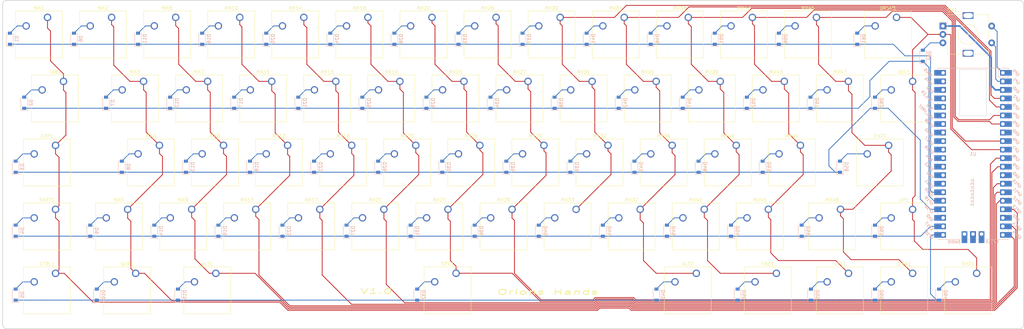
<source format=kicad_pcb>
(kicad_pcb (version 20211014) (generator pcbnew)
  (title_block (title "Orions Hands") (date "2022-10-08") (rev "1.0") (company "Aleksas Girenas"))
  (layers (0 "F.Cu" signal) (31 "B.Cu" signal) (34 "B.Paste" user) (35 "F.Paste" user) (36 "B.SilkS" user "B.Silkscreen") (37 "F.SilkS" user "F.Silkscreen") (38 "B.Mask" user) (39 "F.Mask" user) (44 "Edge.Cuts" user))
  (net 0 "")
  (net 1 "COL_2")
  (net 2 "Net-(ALT1-Pad2)")
  (net 3 "COL_9")
  (net 4 "Net-(ALT2-Pad2)")
  (net 5 "COL_13")
  (net 6 "Net-(BKSP1-Pad2)")
  (net 7 "COL_0")
  (net 8 "Net-(CAP1-Pad2)")
  (net 9 "Net-(CTRL1-Pad2)")
  (net 10 "ROW_0")
  (net 11 "Net-(D1-Pad2)")
  (net 12 "ROW_1")
  (net 13 "Net-(D2-Pad2)")
  (net 14 "ROW_2")
  (net 15 "ROW_3")
  (net 16 "Net-(D4-Pad2)")
  (net 17 "ROW_4")
  (net 18 "Net-(D6-Pad2)")
  (net 19 "Net-(D7-Pad2)")
  (net 20 "Net-(D8-Pad2)")
  (net 21 "Net-(D9-Pad2)")
  (net 22 "Net-(D10-Pad2)")
  (net 23 "Net-(D11-Pad2)")
  (net 24 "Net-(D12-Pad2)")
  (net 25 "Net-(D13-Pad2)")
  (net 26 "Net-(D14-Pad2)")
  (net 27 "Net-(D16-Pad2)")
  (net 28 "Net-(D17-Pad2)")
  (net 29 "Net-(D18-Pad2)")
  (net 30 "Net-(D19-Pad2)")
  (net 31 "Net-(D20-Pad2)")
  (net 32 "Net-(D21-Pad2)")
  (net 33 "Net-(D22-Pad2)")
  (net 34 "Net-(D23-Pad2)")
  (net 35 "Net-(D24-Pad2)")
  (net 36 "Net-(D25-Pad2)")
  (net 37 "Net-(D26-Pad2)")
  (net 38 "Net-(D27-Pad2)")
  (net 39 "Net-(D28-Pad2)")
  (net 40 "Net-(D29-Pad2)")
  (net 41 "Net-(D30-Pad2)")
  (net 42 "Net-(D31-Pad2)")
  (net 43 "Net-(D32-Pad2)")
  (net 44 "Net-(D33-Pad2)")
  (net 45 "Net-(D34-Pad2)")
  (net 46 "Net-(D35-Pad2)")
  (net 47 "Net-(D36-Pad2)")
  (net 48 "Net-(D37-Pad2)")
  (net 49 "Net-(D38-Pad2)")
  (net 50 "Net-(D39-Pad2)")
  (net 51 "Net-(D40-Pad2)")
  (net 52 "Net-(D41-Pad2)")
  (net 53 "Net-(D42-Pad2)")
  (net 54 "Net-(D43-Pad2)")
  (net 55 "Net-(D44-Pad2)")
  (net 56 "Net-(D46-Pad2)")
  (net 57 "Net-(D47-Pad2)")
  (net 58 "Net-(D48-Pad2)")
  (net 59 "Net-(D49-Pad2)")
  (net 60 "Net-(D50-Pad2)")
  (net 61 "Net-(D51-Pad2)")
  (net 62 "Net-(D52-Pad2)")
  (net 63 "Net-(D53-Pad2)")
  (net 64 "Net-(D54-Pad2)")
  (net 65 "Net-(D55-Pad2)")
  (net 66 "Net-(D56-Pad2)")
  (net 67 "Net-(D57-Pad2)")
  (net 68 "Net-(D58-Pad2)")
  (net 69 "Net-(D59-Pad2)")
  (net 70 "Net-(D60-Pad2)")
  (net 71 "Net-(D62-Pad2)")
  (net 72 "Net-(D63-Pad2)")
  (net 73 "Net-(D64-Pad2)")
  (net 74 "Net-(D65-Pad2)")
  (net 75 "COL_12")
  (net 76 "COL_10")
  (net 77 "COL_11")
  (net 78 "COL_1")
  (net 79 "COL_3")
  (net 80 "COL_4")
  (net 81 "COL_5")
  (net 82 "COL_6")
  (net 83 "COL_7")
  (net 84 "COL_8")
  (net 85 "GND")
  (net 86 "DT")
  (net 87 "CLK")
  (footprint "Button_Switch_Keyboard:SW_Cherry_MX_1.00u_PCB" (layer "F.Cu") (at 228.219 146.041)
    (fp_text reference "MX28")
    (fp_text value "MX-NoLED")
  )
  (footprint "Button_Switch_Keyboard:SW_Cherry_MX_1.25u_PCB" (layer "F.Cu") (at 130.683 184.15)
    (fp_text reference "ALT1")
    (fp_text value "MX-NoLED")
  )
  (footprint "Button_Switch_Keyboard:SW_Cherry_MX_1.00u_PCB" (layer "F.Cu") (at 337.82 127)
    (fp_text reference "DEL1")
    (fp_text value "MX-NoLED")
  )
  (footprint "Button_Switch_Keyboard:SW_Cherry_MX_1.00u_PCB" (layer "F.Cu") (at 247.269 146.041)
    (fp_text reference "MX32")
    (fp_text value "MX-NoLED")
  )
  (footprint "Button_Switch_Keyboard:SW_Cherry_MX_1.25u_PCB" (layer "F.Cu") (at 106.8578 184.15)
    (fp_text reference "SUP1")
    (fp_text value "MX-NoLED")
  )
  (footprint "Button_Switch_Keyboard:SW_Cherry_MX_1.00u_PCB" (layer "F.Cu") (at 309.245 107.95)
    (fp_text reference "MX46")
    (fp_text value "MX-NoLED")
  )
  (footprint "Button_Switch_Keyboard:SW_Cherry_MX_1.00u_PCB" (layer "F.Cu") (at 299.6946 126.991)
    (fp_text reference "MX43")
    (fp_text value "MX-NoLED")
  )
  (footprint "Button_Switch_Keyboard:SW_Cherry_MX_1.00u_PCB" (layer "F.Cu") (at 337.82 184.15)
    (fp_text reference "DWN1")
    (fp_text value "MX-NoLED")
  )
  (footprint "Button_Switch_Keyboard:SW_Cherry_MX_1.00u_PCB" (layer "F.Cu") (at 152.019 146.041)
    (fp_text reference "MX12")
    (fp_text value "MX-NoLED")
  )
  (footprint "Button_Switch_Keyboard:SW_Cherry_MX_1.00u_PCB" (layer "F.Cu") (at 237.7948 165.091)
    (fp_text reference "MX33")
    (fp_text value "MX-NoLED")
  )
  (footprint "Button_Switch_Keyboard:SW_Cherry_MX_1.25u_PCB" (layer "F.Cu") (at 297.3324 184.15)
    (fp_text reference "FNC1")
    (fp_text value "MX-NoLED")
  )
  (footprint "Button_Switch_Keyboard:SW_Cherry_MX_1.00u_PCB" (layer "F.Cu") (at 218.7448 165.091)
    (fp_text reference "MX29")
    (fp_text value "MX-NoLED")
  )
  (footprint "Button_Switch_Keyboard:SW_Cherry_MX_1.00u_PCB" (layer "F.Cu") (at 132.969 146.041)
    (fp_text reference "MX8")
    (fp_text value "MX-NoLED")
  )
  (footprint "Button_Switch_Keyboard:SW_Cherry_MX_1.00u_PCB" (layer "F.Cu") (at 223.4946 126.991)
    (fp_text reference "MX27")
    (fp_text value "MX-NoLED")
  )
  (footprint "Button_Switch_Keyboard:SW_Cherry_MX_1.00u_PCB" (layer "F.Cu") (at 204.4446 126.991)
    (fp_text reference "MX23")
    (fp_text value "MX-NoLED")
  )
  (footprint "Button_Switch_Keyboard:SW_Cherry_MX_1.00u_PCB" (layer "F.Cu") (at 156.845 107.95)
    (fp_text reference "MX14")
    (fp_text value "MX-NoLED")
  )
  (footprint "Button_Switch_Keyboard:SW_Cherry_MX_1.00u_PCB" (layer "F.Cu") (at 171.069 146.041)
    (fp_text reference "MX16")
    (fp_text value "MX-NoLED")
  )
  (footprint "Button_Switch_Keyboard:SW_Cherry_MX_1.25u_PCB" (layer "F.Cu") (at 316.3824 165.091)
    (fp_text reference "MX48")
    (fp_text value "MX-NoLED")
  )
  (footprint "Button_Switch_Keyboard:SW_Cherry_MX_1.25u_PCB" (layer "F.Cu") (at 83.0326 165.1)
    (fp_text reference "SHFT1")
    (fp_text value "MX-NoLED")
  )
  (footprint "Button_Switch_Keyboard:SW_Cherry_MX_1.00u_PCB" (layer "F.Cu") (at 271.145 107.95)
    (fp_text reference "MX38")
    (fp_text value "MX-NoLED")
  )
  (footprint "Button_Switch_Keyboard:SW_Cherry_MX_1.00u_PCB" (layer "F.Cu") (at 142.5448 165.091)
    (fp_text reference "MX13")
    (fp_text value "MX-NoLED")
  )
  (footprint "Button_Switch_Keyboard:SW_Cherry_MX_1.00u_PCB" (layer "F.Cu") (at 213.995 107.95)
    (fp_text reference "MX26")
    (fp_text value "MX-NoLED")
  )
  (footprint "Rotary_Encoder:RotaryEncoder_Alps_EC11E-Switch_Vertical_H20mm" (layer "F.Cu") (at 346.826 110.521)
    (fp_text reference "SW1")
    (fp_text value "RotaryEncoder_Switch")
  )
  (footprint "Button_Switch_Keyboard:SW_Cherry_MX_1.00u_PCB" (layer "F.Cu") (at 233.045 107.95)
    (fp_text reference "MX30")
    (fp_text value "MX-NoLED")
  )
  (footprint "Button_Switch_Keyboard:SW_Cherry_MX_1.50u_PCB" (layer "F.Cu") (at 85.3948 127)
    (fp_text reference "TAB1")
    (fp_text value "MX-NoLED")
  )
  (footprint "Button_Switch_Keyboard:SW_Cherry_MX_1.00u_PCB" (layer "F.Cu") (at 118.745 107.941)
    (fp_text reference "MX6")
    (fp_text value "MX-NoLED")
  )
  (footprint "Button_Switch_Keyboard:SW_Cherry_MX_1.00u_PCB" (layer "F.Cu") (at 252.095 107.95)
    (fp_text reference "MX34")
    (fp_text value "MX-NoLED")
  )
  (footprint "Button_Switch_Keyboard:SW_Cherry_MX_1.00u_PCB" (layer "F.Cu") (at 137.795 107.941)
    (fp_text reference "MX10")
    (fp_text value "MX-NoLED")
  )
  (footprint "Button_Switch_Keyboard:SW_Cherry_MX_1.00u_PCB" (layer "F.Cu") (at 318.7446 126.991)
    (fp_text reference "MX47")
    (fp_text value "MX-NoLED")
  )
  (footprint "Button_Switch_Keyboard:SW_Cherry_MX_1.00u_PCB" (layer "F.Cu") (at 356.87 184.15)
    (fp_text reference "RHT1")
    (fp_text value "MX-NoLED")
  )
  (footprint "Button_Switch_Keyboard:SW_Cherry_MX_1.00u_PCB" (layer "F.Cu") (at 113.919 146.041)
    (fp_text reference "MX4")
    (fp_text value "MX-NoLED")
  )
  (footprint "Button_Switch_Keyboard:SW_Cherry_MX_1.00u_PCB" (layer "F.Cu") (at 209.169 146.041)
    (fp_text reference "MX24")
    (fp_text value "MX-NoLED")
  )
  (footprint "Button_Switch_Keyboard:SW_Cherry_MX_1.25u_PCB" (layer "F.Cu") (at 83.0326 184.15)
    (fp_text reference "CTRL1")
    (fp_text value "MX-NoLED")
  )
  (footprint "Button_Switch_Keyboard:SW_Cherry_MX_1.00u_PCB" (layer "F.Cu") (at 147.2946 126.991)
    (fp_text reference "MX11")
    (fp_text value "MX-NoLED")
  )
  (footprint "Button_Switch_Keyboard:SW_Cherry_MX_1.50u_PCB" (layer "F.Cu") (at 333.0448 107.95)
    (fp_text reference "BKSP1")
    (fp_text value "MX-NoLED")
  )
  (footprint "Button_Switch_Keyboard:SW_Cherry_MX_1.25u_PCB" (layer "F.Cu") (at 273.5326 184.15)
    (fp_text reference "ALT2")
    (fp_text value "MX-NoLED")
  )
  (footprint "Button_Switch_Keyboard:SW_Cherry_MX_1.00u_PCB" (layer "F.Cu") (at 275.8948 165.091)
    (fp_text reference "MX41")
    (fp_text value "MX-NoLED")
  )
  (footprint "Button_Switch_Keyboard:SW_Cherry_MX_6.25u_PCB" (layer "F.Cu") (at 202.1078 184.1348)
    (fp_text reference "SPC1")
    (fp_text value "MX-NoLED")
  )
  (footprint "Button_Switch_Keyboard:SW_Cherry_MX_1.00u_PCB" (layer "F.Cu") (at 175.895 107.95)
    (fp_text reference "MX18")
    (fp_text value "MX-NoLED")
  )
  (footprint "Button_Switch_Keyboard:SW_Cherry_MX_1.00u_PCB" (layer "F.Cu") (at 266.3444 146.041)
    (fp_text reference "MX36")
    (fp_text value "MX-NoLED")
  )
  (footprint "Button_Switch_Keyboard:SW_Cherry_MX_1.00u_PCB" (layer "F.Cu") (at 199.6948 165.091)
    (fp_text reference "MX25")
    (fp_text value "MX-NoLED")
  )
  (footprint "Button_Switch_Keyboard:SW_Cherry_MX_1.75u_PCB" (layer "F.Cu") (at 330.6826 146.05)
    (fp_text reference "ENT1")
    (fp_text value "MX-NoLED")
  )
  (footprint "Button_Switch_Keyboard:SW_Cherry_MX_1.00u_PCB" (layer "F.Cu") (at 99.695 107.95)
    (fp_text reference "MX2")
    (fp_text value "MX-NoLED")
  )
  (footprint "Button_Switch_Keyboard:SW_Cherry_MX_1.00u_PCB" (layer "F.Cu") (at 166.3446 126.991)
    (fp_text reference "MX15")
    (fp_text value "MX-NoLED")
  )
  (footprint "Button_Switch_Keyboard:SW_Cherry_MX_1.25u_PCB" (layer "F.Cu") (at 83.0326 146.05)
    (fp_text reference "CAP1")
    (fp_text value "MX-NoLED")
  )
  (footprint "Button_Switch_Keyboard:SW_Cherry_MX_1.00u_PCB" (layer "F.Cu") (at 337.82 165.1164)
    (fp_text reference "UP1")
    (fp_text value "MX-NoLED")
  )
  (footprint "Button_Switch_Keyboard:SW_Cherry_MX_1.00u_PCB" (layer "F.Cu") (at 242.5446 126.991)
    (fp_text reference "MX31")
    (fp_text value "MX-NoLED")
  )
  (footprint "Button_Switch_Keyboard:SW_Cherry_MX_1.00u_PCB" (layer "F.Cu") (at 261.5946 126.991)
    (fp_text reference "MX35")
    (fp_text value "MX-NoLED")
  )
  (footprint "Button_Switch_Keyboard:SW_Cherry_MX_1.00u_PCB" (layer "F.Cu") (at 104.4702 165.1)
    (fp_text reference "MX5")
    (fp_text value "MX-NoLED")
  )
  (footprint "Button_Switch_Keyboard:SW_Cherry_MX_1.00u_PCB" (layer "F.Cu") (at 290.195 107.95)
    (fp_text reference "MX42")
    (fp_text value "MX-NoLED")
  )
  (footprint "Button_Switch_Keyboard:SW_Cherry_MX_1.00u_PCB" (layer "F.Cu") (at 285.3944 146.041)
    (fp_text reference "MX40")
    (fp_text value "MX-NoLED")
  )
  (footprint "Button_Switch_Keyboard:SW_Cherry_MX_1.00u_PCB" (layer "F.Cu") (at 128.2446 126.991)
    (fp_text reference "MX7")
    (fp_text value "MX-NoLED")
  )
  (footprint "Button_Switch_Keyboard:SW_Cherry_MX_1.00u_PCB" (layer "F.Cu") (at 194.945 107.95)
    (fp_text reference "MX22")
    (fp_text value "MX-NoLED")
  )
  (footprint "Button_Switch_Keyboard:SW_Cherry_MX_1.00u_PCB" (layer "F.Cu") (at 185.3946 126.991)
    (fp_text reference "MX19")
    (fp_text value "MX-NoLED")
  )
  (footprint "Button_Switch_Keyboard:SW_Cherry_MX_1.00u_PCB" (layer "F.Cu") (at 256.8448 165.091)
    (fp_text reference "MX37")
    (fp_text value "MX-NoLED")
  )
  (footprint "Button_Switch_Keyboard:SW_Cherry_MX_1.00u_PCB" (layer "F.Cu") (at 161.5948 165.091)
    (fp_text reference "MX17")
    (fp_text value "MX-NoLED")
  )
  (footprint "Button_Switch_Keyboard:SW_Cherry_MX_1.00u_PCB" (layer "F.Cu") (at 280.6446 126.991)
    (fp_text reference "MX39")
    (fp_text value "MX-NoLED")
  )
  (footprint "Button_Switch_Keyboard:SW_Cherry_MX_1.00u_PCB" (layer "F.Cu") (at 190.119 146.041)
    (fp_text reference "MX20")
    (fp_text value "MX-NoLED")
  )
  (footprint "Button_Switch_Keyboard:SW_Cherry_MX_1.00u_PCB" (layer "F.Cu") (at 109.1946 126.991)
    (fp_text reference "MX3")
    (fp_text value "MX-NoLED")
  )
  (footprint "Button_Switch_Keyboard:SW_Cherry_MX_1.00u_PCB" (layer "F.Cu") (at 180.6448 165.091)
    (fp_text reference "MX21")
    (fp_text value "MX-NoLED")
  )
  (footprint "Button_Switch_Keyboard:SW_Cherry_MX_1.00u_PCB" (layer "F.Cu") (at 294.9448 165.091)
    (fp_text reference "MX45")
    (fp_text value "MX-NoLED")
  )
  (footprint "Button_Switch_Keyboard:SW_Cherry_MX_1.00u_PCB" (layer "F.Cu") (at 80.645 107.95)
    (fp_text reference "MX1")
    (fp_text value "MX-NoLED")
  )
  (footprint "Button_Switch_Keyboard:SW_Cherry_MX_1.00u_PCB" (layer "F.Cu") (at 318.77 184.15)
    (fp_text reference "LFT1")
    (fp_text value "MX-NoLED")
  )
  (footprint "Button_Switch_Keyboard:SW_Cherry_MX_1.00u_PCB" (layer "F.Cu") (at 123.4948 165.091)
    (fp_text reference "MX9")
    (fp_text value "MX-NoLED")
  )
  (footprint "Button_Switch_Keyboard:SW_Cherry_MX_1.00u_PCB" (layer "F.Cu") (at 304.4698 146.041)
    (fp_text reference "MX44")
    (fp_text value "MX-NoLED")
  )
  (footprint "Diode_SMD:D_SOD-123" (layer "B.Cu") (at 304.8508 171.441 90)
    (fp_text reference "D59")
    (fp_text value "D_Small")
  )
  (footprint "Diode_SMD:D_SOD-123" (layer "B.Cu") (at 93.345 171.45 90)
    (fp_text reference "D9")
    (fp_text value "D_Small")
  )
  (footprint "Diode_SMD:D_SOD-123" (layer "B.Cu") (at 259.969 114.3 90)
    (fp_text reference "D46")
    (fp_text value "D_Small")
  )
  (footprint "Diode_SMD:D_SOD-123" (layer "B.Cu") (at 269.494 133.35 90)
    (fp_text reference "D47")
    (fp_text value "D_Small")
  )
  (footprint "Diode_SMD:D_SOD-123" (layer "B.Cu") (at 98.044 133.35 90)
    (fp_text reference "D7")
    (fp_text value "D_Small")
  )
  (footprint "Diode_SMD:D_SOD-123" (layer "B.Cu") (at 126.619 114.3 90)
    (fp_text reference "D16")
    (fp_text value "D_Small")
  )
  (footprint "Diode_SMD:D_SOD-123" (layer "B.Cu") (at 155.194 133.35 90)
    (fp_text reference "D21")
    (fp_text value "D_Small")
  )
  (footprint "Diode_SMD:D_SOD-123" (layer "B.Cu") (at 326.644 171.45 90)
    (fp_text reference "D63")
    (fp_text value "D_Small")
  )
  (footprint "Diode_SMD:D_SOD-123" (layer "B.Cu") (at 112.395 171.45 90)
    (fp_text reference "D14")
    (fp_text value "D_Small")
  )
  (footprint "Diode_SMD:D_SOD-123" (layer "B.Cu") (at 340.868 119.371 90)
    (fp_text reference "D65")
    (fp_text value "D_Small")
  )
  (footprint "Diode_SMD:D_SOD-123" (layer "B.Cu") (at 236.093 152.4 90)
    (fp_text reference "D39")
    (fp_text value "D_Small")
  )
  (footprint "Diode_SMD:D_SOD-123" (layer "B.Cu") (at 164.719 114.3 90)
    (fp_text reference "D24")
    (fp_text value "D_Small")
  )
  (footprint "Diode_SMD:D_SOD-123" (layer "B.Cu") (at 264.795 171.45 90)
    (fp_text reference "D49")
    (fp_text value "D_Small")
  )
  (footprint "Diode_SMD:D_SOD-123" (layer "B.Cu") (at 285.8008 190.491 90)
    (fp_text reference "D50")
    (fp_text value "D_Small")
  )
  (footprint "Diode_SMD:D_SOD-123" (layer "B.Cu") (at 217.043 152.4 90)
    (fp_text reference "D35")
    (fp_text value "D_Small")
  )
  (footprint "Diode_SMD:D_SOD-123" (layer "B.Cu") (at 279.019 114.3 90)
    (fp_text reference "D51")
    (fp_text value "D_Small")
  )
  (footprint "Diode_SMD:D_SOD-123" (layer "B.Cu") (at 140.843 152.4 90)
    (fp_text reference "D18")
    (fp_text value "D_Small")
  )
  (footprint "Diode_SMD:D_SOD-123" (layer "B.Cu") (at 159.893 152.4 90)
    (fp_text reference "D22")
    (fp_text value "D_Small")
  )
  (footprint "Diode_SMD:D_SOD-123" (layer "B.Cu") (at 71.1708 171.441 90)
    (fp_text reference "D4")
    (fp_text value "D_Small")
  )
  (footprint "Diode_SMD:D_SOD-123" (layer "B.Cu") (at 197.993 152.4 90)
    (fp_text reference "D30")
    (fp_text value "D_Small")
  )
  (footprint "Diode_SMD:D_SOD-123" (layer "B.Cu") (at 212.344 133.35 90)
    (fp_text reference "D34")
    (fp_text value "D_Small")
  )
  (footprint "Diode_SMD:D_SOD-123" (layer "B.Cu") (at 117.094 133.35 90)
    (fp_text reference "D12")
    (fp_text value "D_Small")
  )
  (footprint "Diode_SMD:D_SOD-123" (layer "B.Cu") (at 73.7108 133.341 90)
    (fp_text reference "D2")
    (fp_text value "D_Small")
  )
  (footprint "Diode_SMD:D_SOD-123" (layer "B.Cu") (at 245.745 171.45 90)
    (fp_text reference "D44")
    (fp_text value "D_Small")
  )
  (footprint "Diode_SMD:D_SOD-123" (layer "B.Cu") (at 202.819 114.3 90)
    (fp_text reference "D33")
    (fp_text value "D_Small")
  )
  (footprint "Diode_SMD:D_SOD-123" (layer "B.Cu") (at 288.544 133.35 90)
    (fp_text reference "D52")
    (fp_text value "D_Small")
  )
  (footprint "Diode_SMD:D_SOD-123" (layer "B.Cu") (at 316.23 152.391 90)
    (fp_text reference "D58")
    (fp_text value "D_Small")
  )
  (footprint "Diode_SMD:D_SOD-123" (layer "B.Cu") (at 283.845 171.45 90)
    (fp_text reference "D54")
    (fp_text value "D_Small")
  )
  (footprint "Diode_SMD:D_SOD-123" (layer "B.Cu") (at 178.943 152.4 90)
    (fp_text reference "D26")
    (fp_text value "D_Small")
  )
  (footprint "Diode_SMD:D_SOD-123" (layer "B.Cu") (at 183.769 114.3 90)
    (fp_text reference "D28")
    (fp_text value "D_Small")
  )
  (footprint "Diode_SMD:D_SOD-123" (layer "B.Cu") (at 169.545 171.45 90)
    (fp_text reference "D27")
    (fp_text value "D_Small")
  )
  (footprint "Diode_SMD:D_SOD-123" (layer "B.Cu") (at 307.594 190.5 90)
    (fp_text reference "D55")
    (fp_text value "D_Small")
  )
  (footprint "Diode_SMD:D_SOD-123" (layer "B.Cu") (at 145.669 114.3 90)
    (fp_text reference "D20")
    (fp_text value "D_Small")
  )
  (footprint "Diode_SMD:D_SOD-123" (layer "B.Cu") (at 136.144 133.35 90)
    (fp_text reference "D17")
    (fp_text value "D_Small")
  )
  (footprint "Diode_SMD:D_SOD-123" (layer "B.Cu") (at 193.294 133.35 90)
    (fp_text reference "D29")
    (fp_text value "D_Small")
  )
  (footprint "Diode_SMD:D_SOD-123" (layer "B.Cu") (at 190.5508 190.491 90)
    (fp_text reference "D32")
    (fp_text value "D_Small")
  )
  (footprint "Diode_SMD:D_SOD-123" (layer "B.Cu") (at 231.394 133.35 90)
    (fp_text reference "D38")
    (fp_text value "D_Small")
  )
  (footprint "Diode_SMD:D_SOD-123" (layer "B.Cu") (at 240.919 114.3 90)
    (fp_text reference "D41")
    (fp_text value "D_Small")
  )
  (footprint "Diode_SMD:D_SOD-123" (layer "B.Cu") (at 261.6708 190.491 90)
    (fp_text reference "D45")
    (fp_text value "D_Small")
  )
  (footprint "Diode_SMD:D_SOD-123" (layer "B.Cu") (at 274.193 152.4 90)
    (fp_text reference "D48")
    (fp_text value "D_Small")
  )
  (footprint "Diode_SMD:D_SOD-123" (layer "B.Cu") (at 174.244 133.35 90)
    (fp_text reference "D25")
    (fp_text value "D_Small")
  )
  (footprint "Diode_SMD:D_SOD-123" (layer "B.Cu") (at 71.1708 152.391 90)
    (fp_text reference "D3")
    (fp_text value "D_Small")
  )
  (footprint "Diode_SMD:D_SOD-123" (layer "B.Cu") (at 102.743 152.4 90)
    (fp_text reference "D8")
    (fp_text value "D_Small")
  )
  (footprint "Diode_SMD:D_SOD-123" (layer "B.Cu") (at 326.644 190.5 90)
    (fp_text reference "D60")
    (fp_text value "D_Small")
  )
  (footprint "MCU_RaspberryPi_and_Boards:RPi_Pico_SMD_TH" (layer "B.Cu") (at 355.7778 148.581 180)
    (fp_text reference "U1")
    (fp_text value "Pico")
    (fp_rect (start -4 25.1) (end 4 11.325) (layer "Edge.Cuts") (width 0.12) (fill none))
  )
  (footprint "Diode_SMD:D_SOD-123" (layer "B.Cu") (at 307.467 133.35 90)
    (fp_text reference "D57")
    (fp_text value "D_Small")
  )
  (footprint "Diode_SMD:D_SOD-123" (layer "B.Cu") (at 207.645 171.45 90)
    (fp_text reference "D36")
    (fp_text value "D_Small")
  )
  (footprint "Diode_SMD:D_SOD-123" (layer "B.Cu") (at 255.143 152.4 90)
    (fp_text reference "D43")
    (fp_text value "D_Small")
  )
  (footprint "Diode_SMD:D_SOD-123" (layer "B.Cu") (at 250.444 133.35 90)
    (fp_text reference "D42")
    (fp_text value "D_Small")
  )
  (footprint "Diode_SMD:D_SOD-123" (layer "B.Cu") (at 131.445 171.45 90)
    (fp_text reference "D19")
    (fp_text value "D_Small")
  )
  (footprint "Diode_SMD:D_SOD-123" (layer "B.Cu") (at 71.1708 190.491 90)
    (fp_text reference "D5")
    (fp_text value "D_Small")
  )
  (footprint "Diode_SMD:D_SOD-123" (layer "B.Cu") (at 326.644 133.35 90)
    (fp_text reference "D62")
    (fp_text value "D_Small")
  )
  (footprint "Diode_SMD:D_SOD-123" (layer "B.Cu") (at 88.519 114.3 90)
    (fp_text reference "D6")
    (fp_text value "D_Small")
  )
  (footprint "Diode_SMD:D_SOD-123" (layer "B.Cu") (at 221.869 114.3 90)
    (fp_text reference "D37")
    (fp_text value "D_Small")
  )
  (footprint "Diode_SMD:D_SOD-123" (layer "B.Cu") (at 321.3608 114.291 90)
    (fp_text reference "D61")
    (fp_text value "D_Small")
  )
  (footprint "Diode_SMD:D_SOD-123" (layer "B.Cu") (at 69.469 114.3 90)
    (fp_text reference "D1")
    (fp_text value "D_Small")
  )
  (footprint "Diode_SMD:D_SOD-123" (layer "B.Cu") (at 119.4308 190.491 90)
    (fp_text reference "D15")
    (fp_text value "D_Small")
  )
  (footprint "Diode_SMD:D_SOD-123" (layer "B.Cu") (at 121.793 152.4 90)
    (fp_text reference "D13")
    (fp_text value "D_Small")
  )
  (footprint "Diode_SMD:D_SOD-123" (layer "B.Cu") (at 345.694 190.5 90)
    (fp_text reference "D64")
    (fp_text value "D_Small")
  )
  (footprint "Diode_SMD:D_SOD-123" (layer "B.Cu") (at 188.595 171.45 90)
    (fp_text reference "D31")
    (fp_text value "D_Small")
  )
  (footprint "Diode_SMD:D_SOD-123" (layer "B.Cu") (at 298.069 114.3 90)
    (fp_text reference "D56")
    (fp_text value "D_Small")
  )
  (footprint "Diode_SMD:D_SOD-123" (layer "B.Cu") (at 150.495 171.45 90)
    (fp_text reference "D23")
    (fp_text value "D_Small")
  )
  (footprint "Diode_SMD:D_SOD-123" (layer "B.Cu") (at 95.3008 190.491 90)
    (fp_text reference "D10")
    (fp_text value "D_Small")
  )
  (footprint "Diode_SMD:D_SOD-123" (layer "B.Cu") (at 226.695 171.45 90)
    (fp_text reference "D40")
    (fp_text value "D_Small")
  )
  (footprint "Diode_SMD:D_SOD-123" (layer "B.Cu") (at 107.569 114.3 90)
    (fp_text reference "D11")
    (fp_text value "D_Small")
  )
  (footprint "Diode_SMD:D_SOD-123" (layer "B.Cu") (at 293.243 152.4 90)
    (fp_text reference "D53")
    (fp_text value "D_Small")
  )
  (gr_arc (start 369.57 102.87) (mid 370.468026 103.241974) (end 370.84 104.14) (layer "Edge.Cuts") (width 0.2))
  (gr_line (start 369.57 200.66) (end 68.58 200.66) (layer "Edge.Cuts") (width 0.2))
  (gr_line (start 67.31 199.39) (end 67.31 104.14) (layer "Edge.Cuts") (width 0.2))
  (gr_arc (start 68.58 200.66) (mid 67.681974 200.288026) (end 67.31 199.39) (layer "Edge.Cuts") (width 0.2))
  (gr_arc (start 67.31 104.14) (mid 67.681974 103.241974) (end 68.58 102.87) (layer "Edge.Cuts") (width 0.2))
  (gr_line (start 370.84 104.14) (end 370.84 199.39) (layer "Edge.Cuts") (width 0.2))
  (gr_arc (start 370.84 199.39) (mid 370.468026 200.288026) (end 369.57 200.66) (layer "Edge.Cuts") (width 0.2))
  (gr_line (start 68.58 102.87) (end 369.57 102.87) (layer "Edge.Cuts") (width 0.2))
  (gr_text "JLCJLCJLCJLC" (at 355.6 160.02 90) (layer "B.SilkS") (effects (font (size 0.8 0.8)) (justify mirror)))
  (gr_text "V1.0" (at 178.308 189.484) (layer "F.SilkS") (effects (font (size 1.5 3) (thickness 0.3) italic)))
  (gr_text "Orions Hands" (at 229.362 189.738) (layer "F.SilkS") (effects (font (size 1.5 3) (thickness 0.3) italic)))
  (segment (start 118.745 110.363) (end 119.634 111.252) (width 0.25) (layer "F.Cu") (net 1))
  (segment (start 123.4948 167.4368) (end 124.46 168.402) (width 0.25) (layer "F.Cu") (net 1))
  (segment (start 128.2446 129.5146) (end 129.032 130.302) (width 0.25) (layer "F.Cu") (net 1))
  (segment (start 129.032 130.302) (end 129.032 140.97) (width 0.25) (layer "F.Cu") (net 1))
  (segment (start 133.858 154.7278) (end 123.4948 165.091) (width 0.25) (layer "F.Cu") (net 1))
  (segment (start 368.046 188.09398) (end 368.046 173.99) (width 0.25) (layer "F.Cu") (net 1))
  (segment (start 129.032 142.104) (end 129.032 140.97) (width 0.25) (layer "F.Cu") (net 1))
  (segment (start 254.600396 194.274) (end 361.86598 194.274) (width 0.25) (layer "F.Cu") (net 1))
  (segment (start 128.778 184.15) (end 130.683 184.15) (width 0.25) (layer "F.Cu") (net 1))
  (segment (start 361.86598 194.274) (end 368.046 188.09398) (width 0.25) (layer "F.Cu") (net 1))
  (segment (start 124.46 179.832) (end 128.778 184.15) (width 0.25) (layer "F.Cu") (net 1))
  (segment (start 124.714 127) (end 124.723 126.991) (width 0.25) (layer "F.Cu") (net 1))
  (segment (start 123.4948 165.091) (end 123.4948 167.4368) (width 0.25) (layer "F.Cu") (net 1))
  (segment (start 124.723 126.991) (end 128.2446 126.991) (width 0.25) (layer "F.Cu") (net 1))
  (segment (start 132.969 146.041) (end 132.969 148.463) (width 0.25) (layer "F.Cu") (net 1))
  (segment (start 132.969 148.463) (end 133.858 149.352) (width 0.25) (layer "F.Cu") (net 1))
  (segment (start 152.489604 194.274) (end 243.747604 194.274) (width 0.25) (layer "F.Cu") (net 1))
  (segment (start 243.747604 194.274) (end 244.415604 193.606) (width 0.25) (layer "F.Cu") (net 1))
  (segment (start 119.634 121.92) (end 124.714 127) (width 0.25) (layer "F.Cu") (net 1))
  (segment (start 142.365604 184.15) (end 152.489604 194.274) (width 0.25) (layer "F.Cu") (net 1))
  (segment (start 253.932396 193.606) (end 254.600396 194.274) (width 0.25) (layer "F.Cu") (net 1))
  (segment (start 124.46 168.402) (end 124.46 179.832) (width 0.25) (layer "F.Cu") (net 1))
  (segment (start 366.767 172.711) (end 364.6678 172.711) (width 0.25) (layer "F.Cu") (net 1))
  (segment (start 128.2446 126.991) (end 128.2446 129.5146) (width 0.25) (layer "F.Cu") (net 1))
  (segment (start 133.858 149.352) (end 133.858 154.7278) (width 0.25) (layer "F.Cu") (net 1))
  (segment (start 132.969 146.041) (end 129.032 142.104) (width 0.25) (layer "F.Cu") (net 1))
  (segment (start 118.745 107.941) (end 118.745 110.363) (width 0.25) (layer "F.Cu") (net 1))
  (segment (start 119.634 111.252) (end 119.634 121.92) (width 0.25) (layer "F.Cu") (net 1))
  (segment (start 368.046 173.99) (end 366.767 172.711) (width 0.25) (layer "F.Cu") (net 1))
  (segment (start 244.415604 193.606) (end 253.932396 193.606) (width 0.25) (layer "F.Cu") (net 1))
  (segment (start 130.683 184.15) (end 142.365604 184.15) (width 0.25) (layer "F.Cu") (net 1))
  (segment (start 121.5818 186.69) (end 119.4308 188.841) (width 0.25) (layer "B.Cu") (net 2))
  (segment (start 124.333 186.69) (end 121.5818 186.69) (width 0.25) (layer "B.Cu") (net 2))
  (segment (start 257.81 180.34) (end 261.62 184.15) (width 0.25) (layer "F.Cu") (net 3))
  (segment (start 347.269188 104.822) (end 271.352 104.822) (width 0.25) (layer "F.Cu") (net 3))
  (segment (start 252.095 109.855) (end 252.73 110.49) (width 0.25) (layer "F.Cu") (net 3))
  (segment (start 261.62 184.15) (end 273.5326 184.15) (width 0.25) (layer "F.Cu") (net 3))
  (segment (start 360.68 118.232812) (end 347.269188 104.822) (width 0.25) (layer "F.Cu") (net 3))
  (segment (start 266.3444 146.041) (end 266.3444 148.2344) (width 0.25) (layer "F.Cu") (net 3))
  (segment (start 266.3444 148.2344) (end 267.208 149.098) (width 0.25) (layer "F.Cu") (net 3))
  (segment (start 252.73 121.92) (end 257.801 126.991) (width 0.25) (layer "F.Cu") (net 3))
  (segment (start 257.81 169.164) (end 257.81 180.34) (width 0.25) (layer "F.Cu") (net 3))
  (segment (start 360.68 132.588) (end 360.68 118.232812) (width 0.25) (layer "F.Cu") (net 3))
  (segment (start 364.6678 134.611) (end 362.703 134.611) (width 0.25) (layer "F.Cu") (net 3))
  (segment (start 256.8448 165.091) (end 256.8448 168.1988) (width 0.25) (layer "F.Cu") (net 3))
  (segment (start 262.636 142.3326) (end 266.3444 146.041) (width 0.25) (layer "F.Cu") (net 3))
  (segment (start 252.73 110.49) (end 252.73 121.92) (width 0.25) (layer "F.Cu") (net 3))
  (segment (start 267.208 149.098) (end 267.208 154.7278) (width 0.25) (layer "F.Cu") (net 3))
  (segment (start 252.095 107.95) (end 252.095 109.855) (width 0.25) (layer "F.Cu") (net 3))
  (segment (start 271.352 104.822) (end 268.224 107.95) (width 0.25) (layer "F.Cu") (net 3))
  (segment (start 257.801 126.991) (end 261.5946 126.991) (width 0.25) (layer "F.Cu") (net 3))
  (segment (start 261.5946 128.7526) (end 262.636 129.794) (width 0.25) (layer "F.Cu") (net 3))
  (segment (start 256.8448 168.1988) (end 257.81 169.164) (width 0.25) (layer "F.Cu") (net 3))
  (segment (start 362.703 134.611) (end 360.68 132.588) (width 0.25) (layer "F.Cu") (net 3))
  (segment (start 262.636 129.794) (end 262.636 142.3326) (width 0.25) (layer "F.Cu") (net 3))
  (segment (start 268.224 107.95) (end 252.095 107.95) (width 0.25) (layer "F.Cu") (net 3))
  (segment (start 261.5946 126.991) (end 261.5946 128.7526) (width 0.25) (layer "F.Cu") (net 3))
  (segment (start 267.208 154.7278) (end 256.8448 165.091) (width 0.25) (layer "F.Cu") (net 3))
  (segment (start 263.8218 186.69) (end 261.6708 188.841) (width 0.25) (layer "B.Cu") (net 4))
  (segment (start 267.1826 186.69) (end 263.8218 186.69) (width 0.25) (layer "B.Cu") (net 4))
  (segment (start 338.328 168.656) (end 338.328 174.498) (width 0.25) (layer "F.Cu") (net 5))
  (segment (start 355.337 147.311) (end 349.17 141.144) (width 0.25) (layer "F.Cu") (net 5))
  (segment (start 349.17 113.204) (end 348.987 113.021) (width 0.25) (layer "F.Cu") (net 5))
  (segment (start 338.328 174.498) (end 340.868 177.038) (width 0.25) (layer "F.Cu") (net 5))
  (segment (start 338.582 130.302) (end 338.582 161.036) (width 0.25) (layer "F.Cu") (net 5))
  (segment (start 348.987 113.021) (end 346.826 113.021) (width 0.25) (layer "F.Cu") (net 5))
  (segment (start 337.82 165.1164) (end 337.82 168.148) (width 0.25) (layer "F.Cu") (net 5))
  (segment (start 337.82 117.602) (end 342.401 113.021) (width 0.25) (layer "F.Cu") (net 5))
  (segment (start 349.17 141.144) (end 349.17 113.204) (width 0.25) (layer "F.Cu") (net 5))
  (segment (start 342.401 113.021) (end 346.826 113.021) (width 0.25) (layer "F.Cu") (net 5))
  (segment (start 354.33 177.038) (end 356.87 179.578) (width 0.25) (layer "F.Cu") (net 5))
  (segment (start 337.82 168.148) (end 338.328 168.656) (width 0.25) (layer "F.Cu") (net 5))
  (segment (start 337.33 107.95) (end 342.401 113.021) (width 0.25) (layer "F.Cu") (net 5))
  (segment (start 364.6678 147.311) (end 355.337 147.311) (width 0.25) (layer "F.Cu") (net 5))
  (segment (start 340.868 177.038) (end 354.33 177.038) (width 0.25) (layer "F.Cu") (net 5))
  (segment (start 338.582 161.036) (end 337.82 161.798) (width 0.25) (layer "F.Cu") (net 5))
  (segment (start 333.0448 107.95) (end 337.33 107.95) (width 0.25) (layer "F.Cu") (net 5))
  (segment (start 337.82 127) (end 337.82 129.54) (width 0.25) (layer "F.Cu") (net 5))
  (segment (start 337.82 129.54) (end 338.582 130.302) (width 0.25) (layer "F.Cu") (net 5))
  (segment (start 337.82 161.798) (end 337.82 165.1164) (width 0.25) (layer "F.Cu") (net 5))
  (segment (start 356.87 179.578) (end 356.87 184.15) (width 0.25) (layer "F.Cu") (net 5))
  (segment (start 337.82 117.602) (end 337.82 127) (width 0.25) (layer "F.Cu") (net 5))
  (segment (start 326.6948 110.49) (end 323.5118 110.49) (width 0.25) (layer "B.Cu") (net 6))
  (segment (start 323.5118 110.49) (end 321.3608 112.641) (width 0.25) (layer "B.Cu") (net 6))
  (segment (start 367.783 165.091) (end 364.6678 165.091) (width 0.25) (layer "F.Cu") (net 7))
  (segment (start 85.598 184.15) (end 94.177396 192.729396) (width 0.25) (layer "F.Cu") (net 7))
  (segment (start 85.3948 129.5908) (end 86.106 130.302) (width 0.25) (layer "F.Cu") (net 7))
  (segment (start 83.0326 167.6146) (end 84.074 168.656) (width 0.25) (layer "F.Cu") (net 7))
  (segment (start 84.074 168.656) (end 84.074 183.1086) (width 0.25) (layer "F.Cu") (net 7))
  (segment (start 83.0326 184.15) (end 85.598 184.15) (width 0.25) (layer "F.Cu") (net 7))
  (segment (start 85.3948 127) (end 85.3948 129.5908) (width 0.25) (layer "F.Cu") (net 7))
  (segment (start 86.106 142.9766) (end 83.0326 146.05) (width 0.25) (layer "F.Cu") (net 7))
  (segment (start 84.074 149.606) (end 84.074 164.0586) (width 0.25) (layer "F.Cu") (net 7))
  (segment (start 244.120396 195.174) (end 244.788396 194.506) (width 0.25) (layer "F.Cu") (net 7))
  (segment (start 152.116812 195.174) (end 244.120396 195.174) (width 0.25) (layer "F.Cu") (net 7))
  (segment (start 362.238772 195.174) (end 368.946 188.466772) (width 0.25) (layer "F.Cu") (net 7))
  (segment (start 254.16 195.174) (end 362.238772 195.174) (width 0.25) (layer "F.Cu") (net 7))
  (segment (start 81.534 120.904) (end 85.3948 124.7648) (width 0.25) (layer "F.Cu") (net 7))
  (segment (start 85.3948 124.7648) (end 85.3948 127) (width 0.25) (layer "F.Cu") (net 7))
  (segment (start 83.0326 146.05) (end 83.0326 148.5646) (width 0.25) (layer "F.Cu") (net 7))
  (segment (start 368.946 188.466772) (end 368.946 166.254) (width 0.25) (layer "F.Cu") (net 7))
  (segment (start 149.672208 192.729396) (end 152.116812 195.174) (width 0.25) (layer "F.Cu") (net 7))
  (segment (start 83.0326 165.1) (end 83.0326 167.6146) (width 0.25) (layer "F.Cu") (net 7))
  (segment (start 84.074 164.0586) (end 83.0326 165.1) (width 0.25) (layer "F.Cu") (net 7))
  (segment (start 80.645 107.95) (end 80.645 111.125) (width 0.25) (layer "F.Cu") (net 7))
  (segment (start 86.106 130.302) (end 86.106 142.9766) (width 0.25) (layer "F.Cu") (net 7))
  (segment (start 94.177396 192.729396) (end 149.672208 192.729396) (width 0.25) (layer "F.Cu") (net 7))
  (segment (start 83.0326 148.5646) (end 84.074 149.606) (width 0.25) (layer "F.Cu") (net 7))
  (segment (start 244.788396 194.506) (end 253.492 194.506) (width 0.25) (layer "F.Cu") (net 7))
  (segment (start 253.492 194.506) (end 254.16 195.174) (width 0.25) (layer "F.Cu") (net 7))
  (segment (start 84.074 183.1086) (end 83.0326 184.15) (width 0.25) (layer "F.Cu") (net 7))
  (segment (start 80.645 111.125) (end 81.534 112.014) (width 0.25) (layer "F.Cu") (net 7))
  (segment (start 368.946 166.254) (end 367.783 165.091) (width 0.25) (layer "F.Cu") (net 7))
  (segment (start 81.534 112.014) (end 81.534 120.904) (width 0.25) (layer "F.Cu") (net 7))
  (segment (start 76.6826 148.59) (end 73.3218 148.59) (width 0.25) (layer "B.Cu") (net 8))
  (segment (start 73.3218 148.59) (end 71.1708 150.741) (width 0.25) (layer "B.Cu") (net 8))
  (segment (start 73.3218 186.69) (end 71.1708 188.841) (width 0.25) (layer "B.Cu") (net 9))
  (segment (start 76.6826 186.69) (end 73.3218 186.69) (width 0.25) (layer "B.Cu") (net 9))
  (segment (start 342.646 119.38) (end 335.534 119.38) (width 0.25) (layer "B.Cu") (net 10))
  (segment (start 343.154 159.512) (end 343.653 160.011) (width 0.25) (layer "B.Cu") (net 10))
  (segment (start 335.534 119.38) (end 332.095 115.941) (width 0.25) (layer "B.Cu") (net 10))
  (segment (start 332.095 115.941) (end 321.3608 115.941) (width 0.25) (layer "B.Cu") (net 10))
  (segment (start 69.9008 115.941) (end 321.3608 115.941) (width 0.25) (layer "B.Cu") (net 10))
  (segment (start 343.154 119.888) (end 342.646 119.38) (width 0.25) (layer "B.Cu") (net 10))
  (segment (start 343.154 159.512) (end 343.154 119.888) (width 0.25) (layer "B.Cu") (net 10))
  (segment (start 343.653 160.011) (end 346.8878 160.011) (width 0.25) (layer "B.Cu") (net 10))
  (segment (start 71.629 110.49) (end 69.469 112.65) (width 0.25) (layer "B.Cu") (net 11))
  (segment (start 74.295 110.49) (end 71.629 110.49) (width 0.25) (layer "B.Cu") (net 11))
  (segment (start 330.845 121.021) (end 340.868 121.021) (width 0.25) (layer "B.Cu") (net 12))
  (segment (start 342.704 161.094) (end 344.17 162.56) (width 0.25) (layer "B.Cu") (net 12))
  (segment (start 325.12 126.746) (end 330.845 121.021) (width 0.25) (layer "B.Cu") (net 12))
  (segment (start 340.868 121.021) (end 342.704 122.857) (width 0.25) (layer "B.Cu") (net 12))
  (segment (start 307.8988 134.991) (end 321.701 134.991) (width 0.25) (layer "B.Cu") (net 12))
  (segment (start 325.12 131.572) (end 325.12 126.746) (width 0.25) (layer "B.Cu") (net 12))
  (segment (start 321.701 134.991) (end 325.12 131.572) (width 0.25) (layer "B.Cu") (net 12))
  (segment (start 342.704 122.857) (end 342.704 161.094) (width 0.25) (layer "B.Cu") (net 12))
  (segment (start 344.17 162.56) (end 344.179 162.551) (width 0.25) (layer "B.Cu") (net 12))
  (segment (start 73.7108 134.991) (end 307.8988 134.991) (width 0.25) (layer "B.Cu") (net 12))
  (segment (start 344.179 162.551) (end 346.8878 162.551) (width 0.25) (layer "B.Cu") (net 12))
  (segment (start 79.0448 129.54) (end 75.8618 129.54) (width 0.25) (layer "B.Cu") (net 13))
  (segment (start 75.8618 129.54) (end 73.7108 131.691) (width 0.25) (layer "B.Cu") (net 13))
  (segment (start 316.23 154.041) (end 314.823 154.041) (width 0.25) (layer "B.Cu") (net 14))
  (segment (start 343.145 165.091) (end 346.8878 165.091) (width 0.25) (layer "B.Cu") (net 14))
  (segment (start 312.928 152.146) (end 312.928 147.32) (width 0.25) (layer "B.Cu") (net 14))
  (segment (start 325.257 134.991) (end 327.0758 134.991) (width 0.25) (layer "B.Cu") (net 14))
  (segment (start 340.106 144.526) (end 340.106 162.052) (width 0.25) (layer "B.Cu") (net 14))
  (segment (start 340.106 162.052) (end 343.145 165.091) (width 0.25) (layer "B.Cu") (net 14))
  (segment (start 71.1708 154.041) (end 316.23 154.041) (width 0.25) (layer "B.Cu") (net 14))
  (segment (start 330.571 134.991) (end 340.106 144.526) (width 0.25) (layer "B.Cu") (net 14))
  (segment (start 327.0758 134.991) (end 330.571 134.991) (width 0.25) (layer "B.Cu") (net 14))
  (segment (start 314.823 154.041) (end 312.928 152.146) (width 0.25) (layer "B.Cu") (net 14))
  (segment (start 312.928 147.32) (end 325.257 134.991) (width 0.25) (layer "B.Cu") (net 14))
  (segment (start 71.1708 173.091) (end 340.243 173.091) (width 0.25) (layer "B.Cu") (net 15))
  (segment (start 343.163 170.171) (end 346.8878 170.171) (width 0.25) (layer "B.Cu") (net 15))
  (segment (start 340.243 173.091) (end 343.163 170.171) (width 0.25) (layer "B.Cu") (net 15))
  (segment (start 76.6826 167.64) (end 73.3218 167.64) (width 0.25) (layer "B.Cu") (net 16))
  (segment (start 73.3218 167.64) (end 71.1708 169.791) (width 0.25) (layer "B.Cu") (net 16))
  (segment (start 346.1258 192.141) (end 345.049 192.141) (width 0.25) (layer "B.Cu") (net 17))
  (segment (start 343.154 190.246) (end 343.154 173.228) (width 0.25) (layer "B.Cu") (net 17))
  (segment (start 343.154 173.228) (end 343.671 172.711) (width 0.25) (layer "B.Cu") (net 17))
  (segment (start 343.671 172.711) (end 346.8878 172.711) (width 0.25) (layer "B.Cu") (net 17))
  (segment (start 345.049 192.141) (end 343.154 190.246) (width 0.25) (layer "B.Cu") (net 17))
  (segment (start 71.1708 192.141) (end 346.1258 192.141) (width 0.25) (layer "B.Cu") (net 17))
  (segment (start 90.679 110.49) (end 88.519 112.65) (width 0.25) (layer "B.Cu") (net 18))
  (segment (start 93.345 110.49) (end 90.679 110.49) (width 0.25) (layer "B.Cu") (net 18))
  (segment (start 100.213 129.531) (end 98.044 131.7) (width 0.25) (layer "B.Cu") (net 19))
  (segment (start 102.8446 129.531) (end 100.213 129.531) (width 0.25) (layer "B.Cu") (net 19))
  (segment (start 104.912 148.581) (end 102.743 150.75) (width 0.25) (layer "B.Cu") (net 20))
  (segment (start 107.569 148.581) (end 104.912 148.581) (width 0.25) (layer "B.Cu") (net 20))
  (segment (start 98.1202 167.64) (end 95.505 167.64) (width 0.25) (layer "B.Cu") (net 21))
  (segment (start 95.505 167.64) (end 93.345 169.8) (width 0.25) (layer "B.Cu") (net 21))
  (segment (start 97.4518 186.69) (end 95.3008 188.841) (width 0.25) (layer "B.Cu") (net 22))
  (segment (start 100.5078 186.69) (end 97.4518 186.69) (width 0.25) (layer "B.Cu") (net 22))
  (segment (start 109.738 110.481) (end 107.569 112.65) (width 0.25) (layer "B.Cu") (net 23))
  (segment (start 112.395 110.481) (end 109.738 110.481) (width 0.25) (layer "B.Cu") (net 23))
  (segment (start 121.8946 129.531) (end 119.263 129.531) (width 0.25) (layer "B.Cu") (net 24))
  (segment (start 119.263 129.531) (end 117.094 131.7) (width 0.25) (layer "B.Cu") (net 24))
  (segment (start 126.619 148.581) (end 123.962 148.581) (width 0.25) (layer "B.Cu") (net 25))
  (segment (start 123.962 148.581) (end 121.793 150.75) (width 0.25) (layer "B.Cu") (net 25))
  (segment (start 114.564 167.631) (end 112.395 169.8) (width 0.25) (layer "B.Cu") (net 26))
  (segment (start 117.1448 167.631) (end 114.564 167.631) (width 0.25) (layer "B.Cu") (net 26))
  (segment (start 131.445 110.481) (end 128.788 110.481) (width 0.25) (layer "B.Cu") (net 27))
  (segment (start 128.788 110.481) (end 126.619 112.65) (width 0.25) (layer "B.Cu") (net 27))
  (segment (start 140.9446 129.531) (end 138.313 129.531) (width 0.25) (layer "B.Cu") (net 28))
  (segment (start 138.313 129.531) (end 136.144 131.7) (width 0.25) (layer "B.Cu") (net 28))
  (segment (start 143.012 148.581) (end 140.843 150.75) (width 0.25) (layer "B.Cu") (net 29))
  (segment (start 145.669 148.581) (end 143.012 148.581) (width 0.25) (layer "B.Cu") (net 29))
  (segment (start 133.614 167.631) (end 131.445 169.8) (width 0.25) (layer "B.Cu") (net 30))
  (segment (start 136.1948 167.631) (end 133.614 167.631) (width 0.25) (layer "B.Cu") (net 30))
  (segment (start 147.829 110.49) (end 145.669 112.65) (width 0.25) (layer "B.Cu") (net 31))
  (segment (start 150.495 110.49) (end 147.829 110.49) (width 0.25) (layer "B.Cu") (net 31))
  (segment (start 159.9946 129.531) (end 157.363 129.531) (width 0.25) (layer "B.Cu") (net 32))
  (segment (start 157.363 129.531) (end 155.194 131.7) (width 0.25) (layer "B.Cu") (net 32))
  (segment (start 162.062 148.581) (end 159.893 150.75) (width 0.25) (layer "B.Cu") (net 33))
  (segment (start 164.719 148.581) (end 162.062 148.581) (width 0.25) (layer "B.Cu") (net 33))
  (segment (start 152.664 167.631) (end 150.495 169.8) (width 0.25) (layer "B.Cu") (net 34))
  (segment (start 155.2448 167.631) (end 152.664 167.631) (width 0.25) (layer "B.Cu") (net 34))
  (segment (start 166.879 110.49) (end 164.719 112.65) (width 0.25) (layer "B.Cu") (net 35))
  (segment (start 169.545 110.49) (end 166.879 110.49) (width 0.25) (layer "B.Cu") (net 35))
  (segment (start 176.413 129.531) (end 174.244 131.7) (width 0.25) (layer "B.Cu") (net 36))
  (segment (start 179.0446 129.531) (end 176.413 129.531) (width 0.25) (layer "B.Cu") (net 36))
  (segment (start 181.112 148.581) (end 178.943 150.75) (width 0.25) (layer "B.Cu") (net 37))
  (segment (start 183.769 148.581) (end 181.112 148.581) (width 0.25) (layer "B.Cu") (net 37))
  (segment (start 174.2948 167.631) (end 171.714 167.631) (width 0.25) (layer "B.Cu") (net 38))
  (segment (start 171.714 167.631) (end 169.545 169.8) (width 0.25) (layer "B.Cu") (net 38))
  (segment (start 185.929 110.49) (end 183.769 112.65) (width 0.25) (layer "B.Cu") (net 39))
  (segment (start 188.595 110.49) (end 185.929 110.49) (width 0.25) (layer "B.Cu") (net 39))
  (segment (start 198.0946 129.531) (end 195.463 129.531) (width 0.25) (layer "B.Cu") (net 40))
  (segment (start 195.463 129.531) (end 193.294 131.7) (width 0.25) (layer "B.Cu") (net 40))
  (segment (start 200.162 148.581) (end 197.993 150.75) (width 0.25) (layer "B.Cu") (net 41))
  (segment (start 202.819 148.581) (end 200.162 148.581) (width 0.25) (layer "B.Cu") (net 41))
  (segment (start 193.3448 167.631) (end 190.764 167.631) (width 0.25) (layer "B.Cu") (net 42))
  (segment (start 190.764 167.631) (end 188.595 169.8) (width 0.25) (layer "B.Cu") (net 42))
  (segment (start 192.717 186.6748) (end 190.5508 188.841) (width 0.25) (layer "B.Cu") (net 43))
  (segment (start 195.7578 186.6748) (end 192.717 186.6748) (width 0.25) (layer "B.Cu") (net 43))
  (segment (start 204.979 110.49) (end 202.819 112.65) (width 0.25) (layer "B.Cu") (net 44))
  (segment (start 207.645 110.49) (end 204.979 110.49) (width 0.25) (layer "B.Cu") (net 44))
  (segment (start 214.513 129.531) (end 212.344 131.7) (width 0.25) (layer "B.Cu") (net 45))
  (segment (start 217.1446 129.531) (end 214.513 129.531) (width 0.25) (layer "B.Cu") (net 45))
  (segment (start 221.869 148.581) (end 219.212 148.581) (width 0.25) (layer "B.Cu") (net 46))
  (segment (start 219.212 148.581) (end 217.043 150.75) (width 0.25) (layer "B.Cu") (net 46))
  (segment (start 209.814 167.631) (end 207.645 169.8) (width 0.25) (layer "B.Cu") (net 47))
  (segment (start 212.3948 167.631) (end 209.814 167.631) (width 0.25) (layer "B.Cu") (net 47))
  (segment (start 226.695 110.49) (end 224.029 110.49) (width 0.25) (layer "B.Cu") (net 48))
  (segment (start 224.029 110.49) (end 221.869 112.65) (width 0.25) (layer "B.Cu") (net 48))
  (segment (start 236.1946 129.531) (end 233.563 129.531) (width 0.25) (layer "B.Cu") (net 49))
  (segment (start 233.563 129.531) (end 231.394 131.7) (width 0.25) (layer "B.Cu") (net 49))
  (segment (start 240.919 148.581) (end 238.262 148.581) (width 0.25) (layer "B.Cu") (net 50))
  (segment (start 238.262 148.581) (end 236.093 150.75) (width 0.25) (layer "B.Cu") (net 50))
  (segment (start 231.4448 167.631) (end 228.864 167.631) (width 0.25) (layer "B.Cu") (net 51))
  (segment (start 228.864 167.631) (end 226.695 169.8) (width 0.25) (layer "B.Cu") (net 51))
  (segment (start 243.079 110.49) (end 240.919 112.65) (width 0.25) (layer "B.Cu") (net 52))
  (segment (start 245.745 110.49) (end 243.079 110.49) (width 0.25) (layer "B.Cu") (net 52))
  (segment (start 255.2446 129.531) (end 252.613 129.531) (width 0.25) (layer "B.Cu") (net 53))
  (segment (start 252.613 129.531) (end 250.444 131.7) (width 0.25) (layer "B.Cu") (net 53))
  (segment (start 259.9944 148.581) (end 257.312 148.581) (width 0.25) (layer "B.Cu") (net 54))
  (segment (start 257.312 148.581) (end 255.143 150.75) (width 0.25) (layer "B.Cu") (net 54))
  (segment (start 250.4948 167.631) (end 247.914 167.631) (width 0.25) (layer "B.Cu") (net 55))
  (segment (start 247.914 167.631) (end 245.745 169.8) (width 0.25) (layer "B.Cu") (net 55))
  (segment (start 264.795 110.49) (end 262.129 110.49) (width 0.25) (layer "B.Cu") (net 56))
  (segment (start 262.129 110.49) (end 259.969 112.65) (width 0.25) (layer "B.Cu") (net 56))
  (segment (start 271.663 129.531) (end 269.494 131.7) (width 0.25) (layer "B.Cu") (net 57))
  (segment (start 274.2946 129.531) (end 271.663 129.531) (width 0.25) (layer "B.Cu") (net 57))
  (segment (start 279.0444 148.581) (end 276.362 148.581) (width 0.25) (layer "B.Cu") (net 58))
  (segment (start 276.362 148.581) (end 274.193 150.75) (width 0.25) (layer "B.Cu") (net 58))
  (segment (start 266.964 167.631) (end 264.795 169.8) (width 0.25) (layer "B.Cu") (net 59))
  (segment (start 269.5448 167.631) (end 266.964 167.631) (width 0.25) (layer "B.Cu") (net 59))
  (segment (start 290.9824 186.69) (end 287.9518 186.69) (width 0.25) (layer "B.Cu") (net 60))
  (segment (start 287.9518 186.69) (end 285.8008 188.841) (width 0.25) (layer "B.Cu") (net 60))
  (segment (start 283.845 110.49) (end 281.179 110.49) (width 0.25) (layer "B.Cu") (net 61))
  (segment (start 281.179 110.49) (end 279.019 112.65) (width 0.25) (layer "B.Cu") (net 61))
  (segment (start 290.713 129.531) (end 288.544 131.7) (width 0.25) (layer "B.Cu") (net 62))
  (segment (start 293.3446 129.531) (end 290.713 129.531) (width 0.25) (layer "B.Cu") (net 62))
  (segment (start 295.412 148.581) (end 293.243 150.75) (width 0.25) (layer "B.Cu") (net 63))
  (segment (start 298.1198 148.581) (end 295.412 148.581) (width 0.25) (layer "B.Cu") (net 63))
  (segment (start 286.014 167.631) (end 283.845 169.8) (width 0.25) (layer "B.Cu") (net 64))
  (segment (start 288.5948 167.631) (end 286.014 167.631) (width 0.25) (layer "B.Cu") (net 64))
  (segment (start 309.754 186.69) (end 307.594 188.85) (width 0.25) (layer "B.Cu") (net 65))
  (segment (start 312.42 186.69) (end 309.754 186.69) (width 0.25) (layer "B.Cu") (net 65))
  (segment (start 302.895 110.49) (end 300.229 110.49) (width 0.25) (layer "B.Cu") (net 66))
  (segment (start 300.229 110.49) (end 298.069 112.65) (width 0.25) (layer "B.Cu") (net 66))
  (segment (start 309.636 129.531) (end 307.467 131.7) (width 0.25) (layer "B.Cu") (net 67))
  (segment (start 312.3946 129.531) (end 309.636 129.531) (width 0.25) (layer "B.Cu") (net 67))
  (segment (start 318.381 148.59) (end 316.23 150.741) (width 0.25) (layer "B.Cu") (net 68))
  (segment (start 324.3326 148.59) (end 318.381 148.59) (width 0.25) (layer "B.Cu") (net 68))
  (segment (start 310.0324 167.631) (end 307.0108 167.631) (width 0.25) (layer "B.Cu") (net 69))
  (segment (start 307.0108 167.631) (end 304.8508 169.791) (width 0.25) (layer "B.Cu") (net 69))
  (segment (start 328.804 186.69) (end 326.644 188.85) (width 0.25) (layer "B.Cu") (net 70))
  (segment (start 331.47 186.69) (end 328.804 186.69) (width 0.25) (layer "B.Cu") (net 70))
  (segment (start 331.47 129.54) (end 328.804 129.54) (width 0.25) (layer "B.Cu") (net 71))
  (segment (start 328.804 129.54) (end 326.644 131.7) (width 0.25) (layer "B.Cu") (net 71))
  (segment (start 331.47 167.6564) (end 328.7876 167.6564) (width 0.25) (layer "B.Cu") (net 72))
  (segment (start 328.7876 167.6564) (end 326.644 169.8) (width 0.25) (layer "B.Cu") (net 72))
  (segment (start 350.52 186.69) (end 347.854 186.69) (width 0.25) (layer "B.Cu") (net 73))
  (segment (start 347.854 186.69) (end 345.694 188.85) (width 0.25) (layer "B.Cu") (net 73))
  (segment (start 343.068 115.521) (end 340.868 117.721) (width 0.25) (layer "B.Cu") (net 74))
  (segment (start 346.826 115.521) (end 343.068 115.521) (width 0.25) (layer "B.Cu") (net 74))
  (segment (start 319.786 130.81) (end 319.786 142.24) (width 0.25) (layer "F.Cu") (net 75))
  (segment (start 318.7446 126.991) (end 318.7446 129.7686) (width 0.25) (layer "F.Cu") (net 75))
  (segment (start 319.532 180.086) (end 333.756 180.086) (width 0.25) (layer "F.Cu") (net 75))
  (segment (start 316.3824 167.0304) (end 317.246 167.894) (width 0.25) (layer "F.Cu") (net 75))
  (segment (start 333.756 180.086) (end 337.82 184.15) (width 0.25) (layer "F.Cu") (net 75))
  (segment (start 353.501 144.771) (end 364.6678 144.771) (width 0.25) (layer "F.Cu") (net 75))
  (segment (start 329.946 107.95) (end 331.724 106.172) (width 0.25) (layer "F.Cu") (net 75))
  (segment (start 349.62 140.89) (end 353.501 144.771) (width 0.25) (layer "F.Cu") (net 75))
  (segment (start 330.6826 148.0566) (end 331.47 148.844) (width 0.25) (layer "F.Cu") (net 75))
  (segment (start 330.6826 146.05) (end 330.6826 148.0566) (width 0.25) (layer "F.Cu") (net 75))
  (segment (start 331.47 153.67) (end 320.049 165.091) (width 0.25) (layer "F.Cu") (net 75))
  (segment (start 309.245 107.95) (end 329.946 107.95) (width 0.25) (layer "F.Cu") (net 75))
  (segment (start 323.596 146.05) (end 330.6826 146.05) (width 0.25) (layer "F.Cu") (net 75))
  (segment (start 331.47 148.844) (end 331.47 153.67) (width 0.25) (layer "F.Cu") (net 75))
  (segment (start 319.786 142.24) (end 323.596 146.05) (width 0.25) (layer "F.Cu") (net 75))
  (segment (start 331.724 106.172) (end 346.71 106.172) (width 0.25) (layer "F.Cu") (net 75))
  (segment (start 309.245 107.95) (end 309.245 110.109) (width 0.25) (layer "F.Cu") (net 75))
  (segment (start 309.88 121.92) (end 314.951 126.991) (width 0.25) (layer "F.Cu") (net 75))
  (segment (start 309.245 110.109) (end 309.88 110.744) (width 0.25) (layer "F.Cu") (net 75))
  (segment (start 318.7446 129.7686) (end 319.786 130.81) (width 0.25) (layer "F.Cu") (net 75))
  (segment (start 314.951 126.991) (end 318.7446 126.991) (width 0.25) (layer "F.Cu") (net 75))
  (segment (start 309.88 110.744) (end 309.88 121.92) (width 0.25) (layer "F.Cu") (net 75))
  (segment (start 349.62 109.082) (end 349.62 140.89) (width 0.25) (layer "F.Cu") (net 75))
  (segment (start 316.3824 165.091) (end 316.3824 167.0304) (width 0.25) (layer "F.Cu") (net 75))
  (segment (start 346.71 106.172) (end 349.62 109.082) (width 0.25) (layer "F.Cu") (net 75))
  (segment (start 317.246 177.8) (end 319.532 180.086) (width 0.25) (layer "F.Cu") (net 75))
  (segment (start 320.049 165.091) (end 316.3824 165.091) (width 0.25) (layer "F.Cu") (net 75))
  (segment (start 317.246 167.894) (end 317.246 177.8) (width 0.25) (layer "F.Cu") (net 75))
  (segment (start 350.52 108.709208) (end 350.52 137.414) (width 0.25) (layer "F.Cu") (net 76))
  (segment (start 280.6446 129.2606) (end 281.686 130.302) (width 0.25) (layer "F.Cu") (net 76))
  (segment (start 286.258 148.844) (end 286.258 154.7278) (width 0.25) (layer "F.Cu") (net 76))
  (segment (start 281.686 130.302) (end 281.686 142.3326) (width 0.25) (layer "F.Cu") (net 76))
  (segment (start 275.8948 165.091) (end 275.8948 167.4368) (width 0.25) (layer "F.Cu") (net 76))
  (segment (start 351.536 138.43) (end 360.68 138.43) (width 0.25) (layer "F.Cu") (net 76))
  (segment (start 281.686 142.3326) (end 285.3944 146.041) (width 0.25) (layer "F.Cu") (net 76))
  (segment (start 287.274 107.95) (end 289.952 105.272) (width 0.25) (layer "F.Cu") (net 76))
  (segment (start 272.034 110.744) (end 272.034 121.92) (width 0.25) (layer "F.Cu") (net 76))
  (segment (start 347.082792 105.272) (end 350.52 108.709208) (width 0.25) (layer "F.Cu") (net 76))
  (segment (start 271.145 107.95) (end 271.145 109.855) (width 0.25) (layer "F.Cu") (net 76))
  (segment (start 280.6446 126.991) (end 280.6446 129.2606) (width 0.25) (layer "F.Cu") (net 76))
  (segment (start 285.3944 147.9804) (end 286.258 148.844) (width 0.25) (layer "F.Cu") (net 76))
  (segment (start 350.52 137.414) (end 351.536 138.43) (width 0.25) (layer "F.Cu") (net 76))
  (segment (start 360.68 138.43) (end 361.959 137.151) (width 0.25) (layer "F.Cu") (net 76))
  (segment (start 276.86 168.402) (end 276.86 180.34) (width 0.25) (layer "F.Cu") (net 76))
  (segment (start 272.034 121.92) (end 277.105 126.991) (width 0.25) (layer "F.Cu") (net 76))
  (segment (start 286.258 154.7278) (end 275.8948 165.091) (width 0.25) (layer "F.Cu") (net 76))
  (segment (start 276.86 180.34) (end 280.67 184.15) (width 0.25) (layer "F.Cu") (net 76))
  (segment (start 289.952 105.272) (end 347.082792 105.272) (width 0.25) (layer "F.Cu") (net 76))
  (segment (start 280.67 184.15) (end 297.3324 184.15) (width 0.25) (layer "F.Cu") (net 76))
  (segment (start 275.8948 167.4368) (end 276.86 168.402) (width 0.25) (layer "F.Cu") (net 76))
  (segment (start 361.959 137.151) (end 364.6678 137.151) (width 0.25) (layer "F.Cu") (net 76))
  (segment (start 277.105 126.991) (end 280.6446 126.991) (width 0.25) (layer "F.Cu") (net 76))
  (segment (start 271.145 109.855) (end 272.034 110.744) (width 0.25) (layer "F.Cu") (net 76))
  (segment (start 285.3944 146.041) (end 285.3944 147.9804) (width 0.25) (layer "F.Cu") (net 76))
  (segment (start 271.145 107.95) (end 287.274 107.95) (width 0.25) (layer "F.Cu") (net 76))
  (segment (start 299.6946 129.2606) (end 300.99 130.556) (width 0.25) (layer "F.Cu") (net 77))
  (segment (start 350.07 108.895604) (end 350.07 137.600396) (width 0.25) (layer "F.Cu") (net 77))
  (segment (start 351.407604 138.938) (end 360.68 138.938) (width 0.25) (layer "F.Cu") (net 77))
  (segment (start 346.896396 105.722) (end 350.07 108.895604) (width 0.25) (layer "F.Cu") (net 77))
  (segment (start 290.195 109.855) (end 290.83 110.49) (width 0.25) (layer "F.Cu") (net 77))
  (segment (start 360.68 138.938) (end 361.442 139.7) (width 0.25) (layer "F.Cu") (net 77))
  (segment (start 295.901 126.991) (end 299.6946 126.991) (width 0.25) (layer "F.Cu") (net 77))
  (segment (start 350.07 137.600396) (end 351.407604 138.938) (width 0.25) (layer "F.Cu") (net 77))
  (segment (start 290.195 107.95) (end 306.324 107.95) (width 0.25) (layer "F.Cu") (net 77))
  (segment (start 300.99 142.5612) (end 304.4698 146.041) (width 0.25) (layer "F.Cu") (net 77))
  (segment (start 304.4698 146.041) (end 304.4698 148.0058) (width 0.25) (layer "F.Cu") (net 77))
  (segment (start 306.324 107.95) (end 308.552 105.722) (width 0.25) (layer "F.Cu") (net 77))
  (segment (start 361.442 139.7) (end 364.6588 139.7) (width 0.25) (layer "F.Cu") (net 77))
  (segment (start 314.96 180.34) (end 318.77 184.15) (width 0.25) (layer "F.Cu") (net 77))
  (segment (start 297.942 180.34) (end 314.96 180.34) (width 0.25) (layer "F.Cu") (net 77))
  (segment (start 294.9448 167.4368) (end 295.656 168.148) (width 0.25) (layer "F.Cu") (net 77))
  (segment (start 295.656 168.148) (end 295.656 178.054) (width 0.25) (layer "F.Cu") (net 77))
  (segment (start 304.4698 148.0058) (end 305.308 148.844) (width 0.25) (layer "F.Cu") (net 77))
  (segment (start 294.9448 165.091) (end 294.9448 167.4368) (width 0.25) (layer "F.Cu") (net 77))
  (segment (start 290.195 107.95) (end 290.195 109.855) (width 0.25) (layer "F.Cu") (net 77))
  (segment (start 308.552 105.722) (end 346.896396 105.722) (width 0.25) (layer "F.Cu") (net 77))
  (segment (start 295.656 178.054) (end 297.942 180.34) (width 0.25) (layer "F.Cu") (net 77))
  (segment (start 290.83 110.49) (end 290.83 121.92) (width 0.25) (layer "F.Cu") (net 77))
  (segment (start 290.83 121.92) (end 295.901 126.991) (width 0.25) (layer "F.Cu") (net 77))
  (segment (start 305.308 154.7278) (end 294.9448 165.091) (width 0.25) (layer "F.Cu") (net 77))
  (segment (start 305.308 148.844) (end 305.308 154.7278) (width 0.25) (layer "F.Cu") (net 77))
  (segment (start 300.99 130.556) (end 300.99 142.5612) (width 0.25) (layer "F.Cu") (net 77))
  (segment (start 299.6946 126.991) (end 299.6946 129.2606) (width 0.25) (layer "F.Cu") (net 77))
  (segment (start 364.6588 139.7) (end 364.6678 139.691) (width 0.25) (layer "F.Cu") (net 77))
  (segment (start 243.934 194.724) (end 152.303208 194.724) (width 0.25) (layer "F.Cu") (net 78))
  (segment (start 99.695 107.95) (end 99.695 110.109) (width 0.25) (layer "F.Cu") (net 78))
  (segment (start 367.529 170.171) (end 368.496 171.138) (width 0.25) (layer "F.Cu") (net 78))
  (segment (start 105.41 182.7022) (end 106.8578 184.15) (width 0.25) (layer "F.Cu") (net 78))
  (segment (start 109.982 142.104) (end 113.919 146.041) (width 0.25) (layer "F.Cu") (net 78))
  (segment (start 105.41 168.656) (end 105.41 182.7022) (width 0.25) (layer "F.Cu") (net 78))
  (segment (start 253.746 194.056) (end 244.602 194.056) (width 0.25) (layer "F.Cu") (net 78))
  (segment (start 109.1946 126.991) (end 109.1946 129.5146) (width 0.25) (layer "F.Cu") (net 78))
  (segment (start 362.052376 194.724) (end 254.414 194.724) (width 0.25) (layer "F.Cu") (net 78))
  (segment (start 152.303208 194.724) (end 149.858604 192.279396) (width 0.25) (layer "F.Cu") (net 78))
  (segment (start 368.496 171.138) (end 368.496 188.280376) (width 0.25) (layer "F.Cu") (net 78))
  (segment (start 364.6678 170.171) (end 367.529 170.171) (width 0.25) (layer "F.Cu") (net 78))
  (segment (start 149.858604 192.279396) (end 117.603396 192.279396) (width 0.25) (layer "F.Cu") (net 78))
  (segment (start 109.474 184.15) (end 106.8578 184.15) (width 0.25) (layer "F.Cu") (net 78))
  (segment (start 114.808 149.352) (end 114.808 154.7622) (width 0.25) (layer "F.Cu") (net 78))
  (segment (start 99.695 110.109) (end 100.33 110.744) (width 0.25) (layer "F.Cu") (net 78))
  (segment (start 100.33 122.174) (end 105.147 126.991) (width 0.25) (layer "F.Cu") (net 78))
  (segment (start 104.4702 165.1) (end 104.4702 167.7162) (width 0.25) (layer "F.Cu") (net 78))
  (segment (start 113.919 146.041) (end 113.919 148.463) (width 0.25) (layer "F.Cu") (net 78))
  (segment (start 117.603396 192.279396) (end 109.474 184.15) (width 0.25) (layer "F.Cu") (net 78))
  (segment (start 113.919 148.463) (end 114.808 149.352) (width 0.25) (layer "F.Cu") (net 78))
  (segment (start 109.982 130.302) (end 109.982 142.104) (width 0.25) (layer "F.Cu") (net 78))
  (segment (start 109.1946 129.5146) (end 109.982 130.302) (width 0.25) (layer "F.Cu") (net 78))
  (segment (start 105.147 126.991) (end 109.1946 126.991) (width 0.25) (layer "F.Cu") (net 78))
  (segment (start 244.602 194.056) (end 243.934 194.724) (width 0.25) (layer "F.Cu") (net 78))
  (segment (start 100.33 110.744) (end 100.33 122.174) (width 0.25) (layer "F.Cu") (net 78))
  (segment (start 254.414 194.724) (end 253.746 194.056) (width 0.25) (layer "F.Cu") (net 78))
  (segment (start 104.4702 167.7162) (end 105.41 168.656) (width 0.25) (layer "F.Cu") (net 78))
  (segment (start 368.496 188.280376) (end 362.052376 194.724) (width 0.25) (layer "F.Cu") (net 78))
  (segment (start 114.808 154.7622) (end 104.4702 165.1) (width 0.25) (layer "F.Cu") (net 78))
  (segment (start 148.336 142.358) (end 152.019 146.041) (width 0.25) (layer "F.Cu") (net 79))
  (segment (start 143.51 168.148) (end 142.5448 167.1828) (width 0.25) (layer "F.Cu") (net 79))
  (segment (start 254.786792 193.824) (end 254.118792 193.156) (width 0.25) (layer "F.Cu") (net 79))
  (segment (start 362.734 163.496) (end 362.734 192.769584) (width 0.25) (layer "F.Cu") (net 79))
  (segment (start 138.43 110.744) (end 138.43 121.92) (width 0.25) (layer "F.Cu") (net 79))
  (segment (start 363.679 162.551) (end 362.734 163.496) (width 0.25) (layer "F.Cu") (net 79))
  (segment (start 143.501 126.991) (end 147.2946 126.991) (width 0.25) (layer "F.Cu") (net 79))
  (segment (start 362.734 192.769584) (end 361.679584 193.824) (width 0.25) (layer "F.Cu") (net 79))
  (segment (start 152.676 193.824) (end 143.51 184.658) (width 0.25) (layer "F.Cu") (net 79))
  (segment (start 254.118792 193.156) (end 244.229208 193.156) (width 0.25) (layer "F.Cu") (net 79))
  (segment (start 148.336 130.81) (end 148.336 142.358) (width 0.25) (layer "F.Cu") (net 79))
  (segment (start 138.43 121.92) (end 143.501 126.991) (width 0.25) (layer "F.Cu") (net 79))
  (segment (start 147.2946 126.991) (end 147.2946 129.7686) (width 0.25) (layer "F.Cu") (net 79))
  (segment (start 361.679584 193.824) (end 254.786792 193.824) (width 0.25) (layer "F.Cu") (net 79))
  (segment (start 152.654 154.9818) (end 142.5448 165.091) (width 0.25) (layer "F.Cu") (net 79))
  (segment (start 137.795 107.941) (end 137.795 110.109) (width 0.25) (layer "F.Cu") (net 79))
  (segment (start 244.229208 193.156) (end 243.561208 193.824) (width 0.25) (layer "F.Cu") (net 79))
  (segment (start 152.654 149.352) (end 152.654 154.9818) (width 0.25) (layer "F.Cu") (net 79))
  (segment (start 152.019 148.717) (end 152.654 149.352) (width 0.25) (layer "F.Cu") (net 79))
  (segment (start 137.795 110.109) (end 138.43 110.744) (width 0.25) (layer "F.Cu") (net 79))
  (segment (start 152.019 146.041) (end 152.019 148.717) (width 0.25) (layer "F.Cu") (net 79))
  (segment (start 143.51 184.658) (end 143.51 168.148) (width 0.25) (layer "F.Cu") (net 79))
  (segment (start 147.2946 129.7686) (end 148.336 130.81) (width 0.25) (layer "F.Cu") (net 79))
  (segment (start 364.6678 162.551) (end 363.679 162.551) (width 0.25) (layer "F.Cu") (net 79))
  (segment (start 243.561208 193.824) (end 152.676 193.824) (width 0.25) (layer "F.Cu") (net 79))
  (segment (start 142.5448 167.1828) (end 142.5448 165.091) (width 0.25) (layer "F.Cu") (net 79))
  (segment (start 162.306 184.658) (end 171.022 193.374) (width 0.25) (layer "F.Cu") (net 80))
  (segment (start 171.069 148.463) (end 171.704 149.098) (width 0.25) (layer "F.Cu") (net 80))
  (segment (start 157.734 121.92) (end 162.805 126.991) (width 0.25) (layer "F.Cu") (net 80))
  (segment (start 157.734 110.998) (end 157.734 121.92) (width 0.25) (layer "F.Cu") (net 80))
  (segment (start 254.305188 192.706) (end 254.973188 193.374) (width 0.25) (layer "F.Cu") (net 80))
  (segment (start 162.805 126.991) (end 166.3446 126.991) (width 0.25) (layer "F.Cu") (net 80))
  (segment (start 171.069 146.041) (end 167.132 142.104) (width 0.25) (layer "F.Cu") (net 80))
  (segment (start 243.374812 193.374) (end 244.042812 192.706) (width 0.25) (layer "F.Cu") (net 80))
  (segment (start 167.132 142.104) (end 167.132 141.732) (width 0.25) (layer "F.Cu") (net 80))
  (segment (start 161.5948 167.6908) (end 162.306 168.402) (width 0.25) (layer "F.Cu") (net 80))
  (segment (start 254.973188 193.374) (end 361.493188 193.374) (width 0.25) (layer "F.Cu") (net 80))
  (segment (start 171.704 154.9818) (end 161.5948 165.091) (width 0.25) (layer "F.Cu") (net 80))
  (segment (start 362.284 192.583188) (end 362.284 160.702) (width 0.25) (layer "F.Cu") (net 80))
  (segment (start 171.069 146.041) (end 171.069 148.463) (width 0.25) (layer "F.Cu") (net 80))
  (segment (start 166.3446 126.991) (end 166.3446 129.7686) (width 0.25) (layer "F.Cu") (net 80))
  (segment (start 156.845 110.109) (end 157.734 110.998) (width 0.25) (layer "F.Cu") (net 80))
  (segment (start 361.493188 193.374) (end 362.284 192.583188) (width 0.25) (layer "F.Cu") (net 80))
  (segment (start 171.704 149.098) (end 171.704 154.9818) (width 0.25) (layer "F.Cu") (net 80))
  (segment (start 244.042812 192.706) (end 254.305188 192.706) (width 0.25) (layer "F.Cu") (net 80))
  (segment (start 166.3446 129.7686) (end 167.132 130.556) (width 0.25) (layer "F.Cu") (net 80))
  (segment (start 156.845 107.95) (end 156.845 110.109) (width 0.25) (layer "F.Cu") (net 80))
  (segment (start 362.975 160.011) (end 364.6678 160.011) (width 0.25) (layer "F.Cu") (net 80))
  (segment (start 167.132 130.556) (end 167.132 141.732) (width 0.25) (layer "F.Cu") (net 80))
  (segment (start 161.5948 165.091) (end 161.5948 167.6908) (width 0.25) (layer "F.Cu") (net 80))
  (segment (start 162.306 168.402) (end 162.306 184.658) (width 0.25) (layer "F.Cu") (net 80))
  (segment (start 171.022 193.374) (end 243.374812 193.374) (width 0.25) (layer "F.Cu") (net 80))
  (segment (start 362.284 160.702) (end 362.975 160.011) (width 0.25) (layer "F.Cu") (net 80))
  (segment (start 361.834 192.396792) (end 361.306792 192.924) (width 0.25) (layer "F.Cu") (net 81))
  (segment (start 175.895 109.601) (end 176.784 110.49) (width 0.25) (layer "F.Cu") (net 81))
  (segment (start 185.3946 126.991) (end 185.3946 129.2606) (width 0.25) (layer "F.Cu") (net 81))
  (segment (start 254.491584 192.256) (end 243.856416 192.256) (width 0.25) (layer "F.Cu") (net 81))
  (segment (start 186.436 142.358) (end 190.119 146.041) (width 0.25) (layer "F.Cu") (net 81))
  (segment (start 185.3946 129.2606) (end 186.436 130.302) (width 0.25) (layer "F.Cu") (net 81))
  (segment (start 243.856416 192.256) (end 243.188416 192.924) (width 0.25) (layer "F.Cu") (net 81))
  (segment (start 361.834 158.612) (end 361.834 192.396792) (width 0.25) (layer "F.Cu") (net 81))
  (segment (start 175.895 107.95) (end 175.895 109.601) (width 0.25) (layer "F.Cu") (net 81))
  (segment (start 361.306792 192.924) (end 255.159584 192.924) (width 0.25) (layer "F.Cu") (net 81))
  (segment (start 186.828 192.924) (end 181.356 187.452) (width 0.25) (layer "F.Cu") (net 81))
  (segment (start 181.855 126.991) (end 185.3946 126.991) (width 0.25) (layer "F.Cu") (net 81))
  (segment (start 190.119 148.209) (end 191.008 149.098) (width 0.25) (layer "F.Cu") (net 81))
  (segment (start 186.436 130.302) (end 186.436 142.358) (width 0.25) (layer "F.Cu") (net 81))
  (segment (start 180.6448 167.9448) (end 180.6448 165.091) (width 0.25) (layer "F.Cu") (net 81))
  (segment (start 191.008 154.7278) (end 180.6448 165.091) (width 0.25) (layer "F.Cu") (net 81))
  (segment (start 176.784 110.49) (end 176.784 121.92) (width 0.25) (layer "F.Cu") (net 81))
  (segment (start 362.975 157.471) (end 361.834 158.612) (width 0.25) (layer "F.Cu") (net 81))
  (segment (start 364.6678 157.471) (end 362.975 157.471) (width 0.25) (layer "F.Cu") (net 81))
  (segment (start 181.356 168.656) (end 180.6448 167.9448) (width 0.25) (layer "F.Cu") (net 81))
  (segment (start 176.784 121.92) (end 181.855 126.991) (width 0.25) (layer "F.Cu") (net 81))
  (segment (start 255.159584 192.924) (end 254.491584 192.256) (width 0.25) (layer "F.Cu") (net 81))
  (segment (start 181.356 187.452) (end 181.356 168.656) (width 0.25) (layer "F.Cu") (net 81))
  (segment (start 190.119 146.041) (end 190.119 148.209) (width 0.25) (layer "F.Cu") (net 81))
  (segment (start 243.188416 192.924) (end 186.828 192.924) (width 0.25) (layer "F.Cu") (net 81))
  (segment (start 191.008 149.098) (end 191.008 154.7278) (width 0.25) (layer "F.Cu") (net 81))
  (segment (start 243.67002 191.806) (end 244.856 191.806) (width 0.25) (layer "F.Cu") (net 82))
  (segment (start 195.834 110.49) (end 195.834 121.92) (width 0.25) (layer "F.Cu") (net 82))
  (segment (start 210.058 148.336) (end 210.058 154.7278) (width 0.25) (layer "F.Cu") (net 82))
  (segment (start 205.232 142.104) (end 209.169 146.041) (width 0.25) (layer "F.Cu") (net 82))
  (segment (start 218.804404 184.1348) (end 227.138802 192.469198) (width 0.25) (layer "F.Cu") (net 82))
  (segment (start 244.856 191.806) (end 254.67798 191.806) (width 0.25) (layer "F.Cu") (net 82))
  (segment (start 200.905 126.991) (end 204.4446 126.991) (width 0.25) (layer "F.Cu") (net 82))
  (segment (start 209.169 147.447) (end 210.058 148.336) (width 0.25) (layer "F.Cu") (net 82))
  (segment (start 254.67798 191.806) (end 255.34598 192.474) (width 0.25) (layer "F.Cu") (net 82))
  (segment (start 227.138802 192.469198) (end 227.143604 192.474) (width 0.25) (layer "F.Cu") (net 82))
  (segment (start 243.00202 192.474) (end 243.67002 191.806) (width 0.25) (layer "F.Cu") (net 82))
  (segment (start 361.384 192.210396) (end 361.384 154.178) (width 0.25) (layer "F.Cu") (net 82))
  (segment (start 209.169 146.041) (end 209.169 147.447) (width 0.25) (layer "F.Cu") (net 82))
  (segment (start 313.944 192.474) (end 361.120396 192.474) (width 0.25) (layer "F.Cu") (net 82))
  (segment (start 200.406 180.34) (end 202.1078 182.0418) (width 0.25) (layer "F.Cu") (net 82))
  (segment (start 227.143604 192.474) (end 243.00202 192.474) (width 0.25) (layer "F.Cu") (net 82))
  (segment (start 210.058 154.7278) (end 199.6948 165.091) (width 0.25) (layer "F.Cu") (net 82))
  (segment (start 363.171 152.391) (end 364.6678 152.391) (width 0.25) (layer "F.Cu") (net 82))
  (segment (start 204.4446 129.2606) (end 205.232 130.048) (width 0.25) (layer "F.Cu") (net 82))
  (segment (start 199.6948 167.9448) (end 200.406 168.656) (width 0.25) (layer "F.Cu") (net 82))
  (segment (start 202.1078 184.1348) (end 218.804404 184.1348) (width 0.25) (layer "F.Cu") (net 82))
  (segment (start 195.834 121.92) (end 200.905 126.991) (width 0.25) (layer "F.Cu") (net 82))
  (segment (start 361.120396 192.474) (end 361.384 192.210396) (width 0.25) (layer "F.Cu") (net 82))
  (segment (start 204.4446 126.991) (end 204.4446 129.2606) (width 0.25) (layer "F.Cu") (net 82))
  (segment (start 202.1078 182.0418) (end 202.1078 184.1348) (width 0.25) (layer "F.Cu") (net 82))
  (segment (start 361.384 154.178) (end 363.171 152.391) (width 0.25) (layer "F.Cu") (net 82))
  (segment (start 194.945 107.95) (end 194.945 109.601) (width 0.25) (layer "F.Cu") (net 82))
  (segment (start 361.120396 192.474) (end 361.379198 192.215198) (width 0.25) (layer "F.Cu") (net 82))
  (segment (start 255.34598 192.474) (end 313.944 192.474) (width 0.25) (layer "F.Cu") (net 82))
  (segment (start 200.406 168.656) (end 200.406 180.34) (width 0.25) (layer "F.Cu") (net 82))
  (segment (start 199.6948 165.091) (end 199.6948 167.9448) (width 0.25) (layer "F.Cu") (net 82))
  (segment (start 205.232 130.048) (end 205.232 142.104) (width 0.25) (layer "F.Cu") (net 82))
  (segment (start 194.945 109.601) (end 195.834 110.49) (width 0.25) (layer "F.Cu") (net 82))
  (segment (start 219.456 168.402) (end 218.7448 167.6908) (width 0.25) (layer "F.Cu") (net 83))
  (segment (start 254.864376 191.356) (end 243.483624 191.356) (width 0.25) (layer "F.Cu") (net 83))
  (segment (start 360.934 151.638) (end 360.934 192.024) (width 0.25) (layer "F.Cu") (net 83))
  (segment (start 227.33 192.024) (end 219.456 184.15) (width 0.25) (layer "F.Cu") (net 83))
  (segment (start 255.532376 192.024) (end 254.864376 191.356) (width 0.25) (layer "F.Cu") (net 83))
  (segment (start 243.483624 191.356) (end 242.815624 192.024) (width 0.25) (layer "F.Cu") (net 83))
  (segment (start 213.995 107.95) (end 213.995 109.855) (width 0.25) (layer "F.Cu") (net 83))
  (segment (start 228.219 146.041) (end 224.282 142.104) (width 0.25) (layer "F.Cu") (net 83))
  (segment (start 219.456 184.15) (end 219.456 168.402) (width 0.25) (layer "F.Cu") (net 83))
  (segment (start 223.4946 129.2606) (end 224.282 130.048) (width 0.25) (layer "F.Cu") (net 83))
  (segment (start 362.721 149.851) (end 360.934 151.638) (width 0.25) (layer "F.Cu") (net 83))
  (segment (start 214.63 121.92) (end 219.701 126.991) (width 0.25) (layer "F.Cu") (net 83))
  (segment (start 213.995 109.855) (end 214.63 110.49) (width 0.25) (layer "F.Cu") (net 83))
  (segment (start 360.934 192.024) (end 255.532376 192.024) (width 0.25) (layer "F.Cu") (net 83))
  (segment (start 214.63 110.49) (end 214.63 121.92) (width 0.25) (layer "F.Cu") (net 83))
  (segment (start 224.282 142.104) (end 224.282 141.224) (width 0.25) (layer "F.Cu") (net 83))
  (segment (start 228.854 148.336) (end 228.854 154.9818) (width 0.25) (layer "F.Cu") (net 83))
  (segment (start 228.854 154.9818) (end 218.7448 165.091) (width 0.25) (layer "F.Cu") (net 83))
  (segment (start 223.4946 126.991) (end 223.4946 129.2606) (width 0.25) (layer "F.Cu") (net 83))
  (segment (start 242.815624 192.024) (end 227.33 192.024) (width 0.25) (layer "F.Cu") (net 83))
  (segment (start 219.701 126.991) (end 223.4946 126.991) (width 0.25) (layer "F.Cu") (net 83))
  (segment (start 228.219 146.041) (end 228.219 147.701) (width 0.25) (layer "F.Cu") (net 83))
  (segment (start 228.219 147.701) (end 228.854 148.336) (width 0.25) (layer "F.Cu") (net 83))
  (segment (start 224.282 130.048) (end 224.282 141.224) (width 0.25) (layer "F.Cu") (net 83))
  (segment (start 218.7448 167.6908) (end 218.7448 165.091) (width 0.25) (layer "F.Cu") (net 83))
  (segment (start 364.6678 149.851) (end 362.721 149.851) (width 0.25) (layer "F.Cu") (net 83))
  (segment (start 242.5446 126.991) (end 242.5446 128.7526) (width 0.25) (layer "F.Cu") (net 84))
  (segment (start 233.045 109.855) (end 233.68 110.49) (width 0.25) (layer "F.Cu") (net 84))
  (segment (start 243.332 129.54) (end 243.332 141.732) (width 0.25) (layer "F.Cu") (net 84))
  (segment (start 248.158 154.7278) (end 237.7948 165.091) (width 0.25) (layer "F.Cu") (net 84))
  (segment (start 233.045 107.95) (end 233.045 109.855) (width 0.25) (layer "F.Cu") (net 84))
  (segment (start 361.13 131.064) (end 362.137 132.071) (width 0.25) (layer "F.Cu") (net 84))
  (segment (start 233.045 107.95) (end 249.174 107.95) (width 0.25) (layer "F.Cu") (net 84))
  (segment (start 249.174 107.95) (end 252.752 104.372) (width 0.25) (layer "F.Cu") (net 84))
  (segment (start 233.68 121.92) (end 238.751 126.991) (width 0.25) (layer "F.Cu") (net 84))
  (segment (start 248.158 148.59) (end 248.158 154.7278) (width 0.25) (layer "F.Cu") (net 84))
  (segment (start 247.269 147.701) (end 248.158 148.59) (width 0.25) (layer "F.Cu") (net 84))
  (segment (start 243.332 142.104) (end 243.332 141.732) (width 0.25) (layer "F.Cu") (net 84))
  (segment (start 362.137 132.071) (end 364.6678 132.071) (width 0.25) (layer "F.Cu") (net 84))
  (segment (start 238.751 126.991) (end 242.5446 126.991) (width 0.25) (layer "F.Cu") (net 84))
  (segment (start 247.269 146.041) (end 243.332 142.104) (width 0.25) (layer "F.Cu") (net 84))
  (segment (start 233.68 110.49) (end 233.68 121.92) (width 0.25) (layer "F.Cu") (net 84))
  (segment (start 361.13 118.046416) (end 361.13 131.064) (width 0.25) (layer "F.Cu") (net 84))
  (segment (start 347.455584 104.372) (end 361.13 118.046416) (width 0.25) (layer "F.Cu") (net 84))
  (segment (start 247.269 146.041) (end 247.269 147.701) (width 0.25) (layer "F.Cu") (net 84))
  (segment (start 242.5446 128.7526) (end 243.332 129.54) (width 0.25) (layer "F.Cu") (net 84))
  (segment (start 252.752 104.372) (end 347.455584 104.372) (width 0.25) (layer "F.Cu") (net 84))
  (segment (start 361.188 128.27) (end 362.449 129.531) (width 0.5) (layer "B.Cu") (net 85))
  (segment (start 363.22 129.54) (end 363.229 129.531) (width 0.25) (layer "B.Cu") (net 85))
  (segment (start 351.821 110.521) (end 361.188 119.888) (width 0.5) (layer "B.Cu") (net 85))
  (segment (start 361.188 119.888) (end 361.188 128.27) (width 0.5) (layer "B.Cu") (net 85))
  (segment (start 363.229 129.531) (end 364.6678 129.531) (width 0.4) (layer "B.Cu") (net 85))
  (segment (start 362.449 129.531) (end 364.6678 129.531) (width 0.5) (layer "B.Cu") (net 85))
  (segment (start 346.826 110.521) (end 351.821 110.521) (width 0.5) (layer "B.Cu") (net 85))
  (segment (start 363.229 126.991) (end 364.6678 126.991) (width 0.25) (layer "B.Cu") (net 86))
  (segment (start 362.516 116.711) (end 362.516 126.296) (width 0.25) (layer "B.Cu") (net 86))
  (segment (start 361.326 115.521) (end 362.516 116.711) (width 0.25) (layer "B.Cu") (net 86))
  (segment (start 363.22 127) (end 363.229 126.991) (width 0.25) (layer "B.Cu") (net 86))
  (segment (start 362.516 126.296) (end 363.22 127) (width 0.25) (layer "B.Cu") (net 86))
  (segment (start 362.966 112.161) (end 362.966 122.7492) (width 0.25) (layer "B.Cu") (net 87))
  (segment (start 361.326 110.521) (end 362.966 112.161) (width 0.25) (layer "B.Cu") (net 87))
  (segment (start 362.966 122.7492) (end 364.6678 124.451) (width 0.25) (layer "B.Cu") (net 87))
)
</source>
